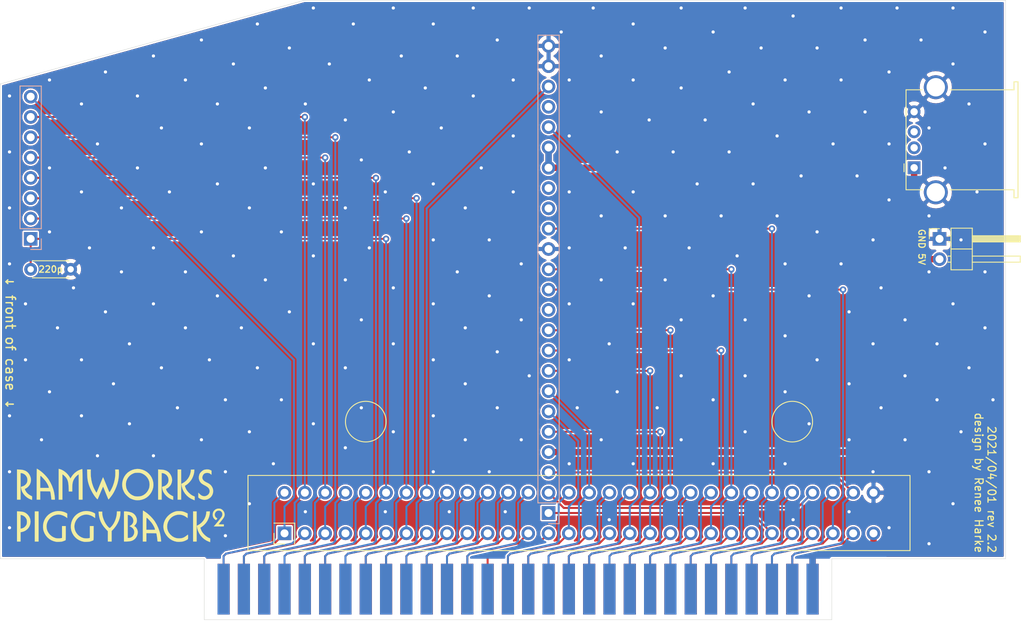
<source format=kicad_pcb>
(kicad_pcb (version 20171130) (host pcbnew "(5.1.9-0-10_14)")
  (layers (0 F.Cu signal) (31 B.Cu signal) (34 B.Paste user) (35 F.Paste user) (36 B.SilkS user) (37 F.SilkS user) (38 B.Mask user) (39 F.Mask user) (44 Edge.Cuts user))
  (net 0 "")
  (net 1 /EN80)
  (net 2 /RW80)
  (net 3 /ALTVID)
  (net 4 /LDPS)
  (net 5 /SEROUT)
  (net 6 /PCAS)
  (net 7 /ENVID)
  (net 8 /14M)
  (net 9 /PHI1)
  (net 10 /CASEN)
  (net 11 /VID3)
  (net 12 /MD3)
  (net 13 /MD2)
  (net 14 /VID2)
  (net 15 /VID1)
  (net 16 /MD1)
  (net 17 /MD0)
  (net 18 /VID0)
  (net 19 /RA6)
  (net 20 /RA3)
  (net 21 /RA2)
  (net 22 /AN3)
  (net 23 /RA0)
  (net 24 /RW)
  (net 25 /Q3)
  (net 26 /SEGB)
  (net 27 /FRCTXT)
  (net 28 /RA9)
  (net 29 /RA10)
  (net 30 /GR)
  (net 31 /7M)
  (net 32 /ENTMG)
  (net 33 /80VID)
  (net 34 /CLRGAT)
  (net 35 /PHI0)
  (net 36 /VID4)
  (net 37 /MD4)
  (net 38 /MD5)
  (net 39 /VID5)
  (net 40 /VID6)
  (net 41 /MD6)
  (net 42 /MD7)
  (net 43 /VID7)
  (net 44 /RA5)
  (net 45 /RA4)
  (net 46 /ROMEN2)
  (net 47 /ROMEN1)
  (net 48 /RA1)
  (net 49 /RA7)
  (net 50 /SEGA)
  (net 51 /WNDW)
  (net 52 /C07X)
  (net 53 /VC)
  (net 54 /PRAS)
  (net 55 /SYNC)
  (net 56 /VID7M)
  (net 57 /3M58)
  (net 58 "Net-(J4-Pad21)")
  (net 59 "Net-(J4-Pad17)")
  (net 60 "Net-(J4-Pad16)")
  (net 61 "Net-(J4-Pad11)")
  (net 62 GND)
  (net 63 +5V)
  (net 64 "Net-(J6-Pad3)")
  (net 65 "Net-(J6-Pad2)")
  (net 66 "Net-(J1-Pad47)")
  (module rharke:piggyback-logo-2 (layer F.Cu) (at 109.22 132.715)
    (fp_text reference G1 hide)
    (fp_text value RamWorks_Piggyback^2_Logo hide)
  )
  (module rharke:USB_A_Stewart_SS-52100-001_Horizontal (layer F.Cu) (at 194.945 81.28 90)
    (fp_text reference J6 hide)
    (fp_text value "USB A" hide)
    (pad 4 thru_hole circle (at 7 0 90) (size 1.6 1.6) (drill 0.92) (layers *.Cu *.Mask) (net 62 GND))
    (pad 3 thru_hole circle (at 4.5 0 90) (size 1.6 1.6) (drill 0.92) (layers *.Cu *.Mask) (net 64 "Net-(J6-Pad3)"))
    (pad 2 thru_hole circle (at 2.5 0 90) (size 1.6 1.6) (drill 0.92) (layers *.Cu *.Mask) (net 65 "Net-(J6-Pad2)"))
    (pad 1 thru_hole rect (at 0 0 90) (size 1.6 1.6) (drill 0.92) (layers *.Cu *.Mask) (net 63 +5V))
    (pad 5 thru_hole circle (at -3.07 2.71 90) (size 3 3) (drill 2.3) (layers *.Cu *.Mask) (net 62 GND))
    (pad 5 thru_hole circle (at 10.07 2.71 90) (size 3 3) (drill 2.3) (layers *.Cu *.Mask) (net 62 GND))
  )
  (module rharke:CardEdge_EDAC_3x5-060_2x30_P2.54mm_CCW_No47 (layer F.Cu) (at 116.205 127 90)
    (fp_text reference J2 hide)
    (fp_text value "RAM Card" hide)
    (pad 35 thru_hole oval (at 5.08 63.5 90) (size 1.7 1.7) (drill 1) (layers *.Cu *.Mask) (net 2 /RW80))
    (pad 27 thru_hole oval (at 0 66.04 90) (size 1.7 1.7) (drill 1) (layers *.Cu *.Mask) (net 3 /ALTVID))
    (pad 26 thru_hole oval (at 0 63.5 90) (size 1.7 1.7) (drill 1) (layers *.Cu *.Mask) (net 1 /EN80))
    (pad 33 thru_hole oval (at 5.08 68.58 90) (size 1.7 1.7) (drill 1) (layers *.Cu *.Mask) (net 6 /PCAS))
    (pad 29 thru_hole oval (at 0 71.12 90) (size 1.7 1.7) (drill 1) (layers *.Cu *.Mask) (net 7 /ENVID))
    (pad 32 thru_hole oval (at 5.08 71.12 90) (size 1.7 1.7) (drill 1) (layers *.Cu *.Mask) (net 8 /14M))
    (pad 30 thru_hole oval (at 0 73.66 90) (size 1.7 1.7) (drill 1) (layers *.Cu *.Mask) (net 63 +5V))
    (pad 31 thru_hole oval (at 5.08 73.66 90) (size 1.7 1.7) (drill 1) (layers *.Cu *.Mask) (net 62 GND))
    (pad 34 thru_hole oval (at 5.08 66.04 90) (size 1.7 1.7) (drill 1) (layers *.Cu *.Mask) (net 4 /LDPS))
    (pad 28 thru_hole oval (at 0 68.58 90) (size 1.7 1.7) (drill 1) (layers *.Cu *.Mask) (net 5 /SEROUT))
    (pad 36 thru_hole oval (at 5.08 60.96 90) (size 1.7 1.7) (drill 1) (layers *.Cu *.Mask) (net 9 /PHI1))
    (pad 25 thru_hole oval (at 0 60.96 90) (size 1.7 1.7) (drill 1) (layers *.Cu *.Mask) (net 33 /80VID))
    (pad 37 thru_hole oval (at 5.08 58.42 90) (size 1.7 1.7) (drill 1) (layers *.Cu *.Mask) (net 10 /CASEN))
    (pad 24 thru_hole oval (at 0 58.42 90) (size 1.7 1.7) (drill 1) (layers *.Cu *.Mask) (net 34 /CLRGAT))
    (pad 38 thru_hole oval (at 5.08 55.88 90) (size 1.7 1.7) (drill 1) (layers *.Cu *.Mask) (net 11 /VID3))
    (pad 23 thru_hole oval (at 0 55.88 90) (size 1.7 1.7) (drill 1) (layers *.Cu *.Mask) (net 35 /PHI0))
    (pad 39 thru_hole oval (at 5.08 53.34 90) (size 1.7 1.7) (drill 1) (layers *.Cu *.Mask) (net 12 /MD3))
    (pad 22 thru_hole oval (at 0 53.34 90) (size 1.7 1.7) (drill 1) (layers *.Cu *.Mask) (net 36 /VID4))
    (pad 40 thru_hole oval (at 5.08 50.8 90) (size 1.7 1.7) (drill 1) (layers *.Cu *.Mask) (net 13 /MD2))
    (pad 21 thru_hole oval (at 0 50.8 90) (size 1.7 1.7) (drill 1) (layers *.Cu *.Mask) (net 37 /MD4))
    (pad 41 thru_hole oval (at 5.08 48.26 90) (size 1.7 1.7) (drill 1) (layers *.Cu *.Mask) (net 14 /VID2))
    (pad 20 thru_hole oval (at 0 48.26 90) (size 1.7 1.7) (drill 1) (layers *.Cu *.Mask) (net 38 /MD5))
    (pad 42 thru_hole oval (at 5.08 45.72 90) (size 1.7 1.7) (drill 1) (layers *.Cu *.Mask) (net 15 /VID1))
    (pad 19 thru_hole oval (at 0 45.72 90) (size 1.7 1.7) (drill 1) (layers *.Cu *.Mask) (net 39 /VID5))
    (pad 43 thru_hole oval (at 5.08 43.18 90) (size 1.7 1.7) (drill 1) (layers *.Cu *.Mask) (net 16 /MD1))
    (pad 18 thru_hole oval (at 0 43.18 90) (size 1.7 1.7) (drill 1) (layers *.Cu *.Mask) (net 40 /VID6))
    (pad 44 thru_hole oval (at 5.08 40.64 90) (size 1.7 1.7) (drill 1) (layers *.Cu *.Mask) (net 17 /MD0))
    (pad 17 thru_hole oval (at 0 40.64 90) (size 1.7 1.7) (drill 1) (layers *.Cu *.Mask) (net 41 /MD6))
    (pad 16 thru_hole oval (at 0 38.1 90) (size 1.7 1.7) (drill 1) (layers *.Cu *.Mask) (net 42 /MD7))
    (pad 46 thru_hole oval (at 5.08 35.56 90) (size 1.7 1.7) (drill 1) (layers *.Cu *.Mask) (net 19 /RA6))
    (pad 15 thru_hole oval (at 0 35.56 90) (size 1.7 1.7) (drill 1) (layers *.Cu *.Mask) (net 43 /VID7))
    (pad 45 thru_hole oval (at 5.08 38.1 90) (size 1.7 1.7) (drill 1) (layers *.Cu *.Mask) (net 18 /VID0))
    (pad 14 thru_hole oval (at 0 33.02 90) (size 1.7 1.7) (drill 1) (layers *.Cu *.Mask) (net 44 /RA5))
    (pad 48 thru_hole oval (at 5.08 30.48 90) (size 1.7 1.7) (drill 1) (layers *.Cu *.Mask) (net 20 /RA3))
    (pad 13 thru_hole oval (at 0 30.48 90) (size 1.7 1.7) (drill 1) (layers *.Cu *.Mask) (net 45 /RA4))
    (pad 49 thru_hole oval (at 5.08 27.94 90) (size 1.7 1.7) (drill 1) (layers *.Cu *.Mask) (net 21 /RA2))
    (pad 12 thru_hole oval (at 0 27.94 90) (size 1.7 1.7) (drill 1) (layers *.Cu *.Mask) (net 46 /ROMEN2))
    (pad 50 thru_hole oval (at 5.08 25.4 90) (size 1.7 1.7) (drill 1) (layers *.Cu *.Mask) (net 22 /AN3))
    (pad 11 thru_hole oval (at 0 25.4 90) (size 1.7 1.7) (drill 1) (layers *.Cu *.Mask) (net 47 /ROMEN1))
    (pad 51 thru_hole oval (at 5.08 22.86 90) (size 1.7 1.7) (drill 1) (layers *.Cu *.Mask) (net 23 /RA0))
    (pad 10 thru_hole oval (at 0 22.86 90) (size 1.7 1.7) (drill 1) (layers *.Cu *.Mask) (net 48 /RA1))
    (pad 52 thru_hole oval (at 5.08 20.32 90) (size 1.7 1.7) (drill 1) (layers *.Cu *.Mask) (net 24 /RW))
    (pad 9 thru_hole oval (at 0 20.32 90) (size 1.7 1.7) (drill 1) (layers *.Cu *.Mask) (net 49 /RA7))
    (pad 53 thru_hole oval (at 5.08 17.78 90) (size 1.7 1.7) (drill 1) (layers *.Cu *.Mask) (net 25 /Q3))
    (pad 8 thru_hole oval (at 0 17.78 90) (size 1.7 1.7) (drill 1) (layers *.Cu *.Mask) (net 50 /SEGA))
    (pad 54 thru_hole oval (at 5.08 15.24 90) (size 1.7 1.7) (drill 1) (layers *.Cu *.Mask) (net 26 /SEGB))
    (pad 7 thru_hole oval (at 0 15.24 90) (size 1.7 1.7) (drill 1) (layers *.Cu *.Mask) (net 51 /WNDW))
    (pad 55 thru_hole oval (at 5.08 12.7 90) (size 1.7 1.7) (drill 1) (layers *.Cu *.Mask) (net 27 /FRCTXT))
    (pad 6 thru_hole oval (at 0 12.7 90) (size 1.7 1.7) (drill 1) (layers *.Cu *.Mask) (net 52 /C07X))
    (pad 56 thru_hole oval (at 5.08 10.16 90) (size 1.7 1.7) (drill 1) (layers *.Cu *.Mask) (net 28 /RA9))
    (pad 5 thru_hole oval (at 0 10.16 90) (size 1.7 1.7) (drill 1) (layers *.Cu *.Mask) (net 53 /VC))
    (pad 57 thru_hole oval (at 5.08 7.62 90) (size 1.7 1.7) (drill 1) (layers *.Cu *.Mask) (net 29 /RA10))
    (pad 4 thru_hole oval (at 0 7.62 90) (size 1.7 1.7) (drill 1) (layers *.Cu *.Mask) (net 54 /PRAS))
    (pad 58 thru_hole oval (at 5.08 5.08 90) (size 1.7 1.7) (drill 1) (layers *.Cu *.Mask) (net 30 /GR))
    (pad 3 thru_hole oval (at 0 5.08 90) (size 1.7 1.7) (drill 1) (layers *.Cu *.Mask) (net 55 /SYNC))
    (pad 59 thru_hole oval (at 5.08 2.54 90) (size 1.7 1.7) (drill 1) (layers *.Cu *.Mask) (net 31 /7M))
    (pad 2 thru_hole oval (at 0 2.54 90) (size 1.7 1.7) (drill 1) (layers *.Cu *.Mask) (net 56 /VID7M))
    (pad 60 thru_hole oval (at 5.08 0 90) (size 1.7 1.7) (drill 1) (layers *.Cu *.Mask) (net 32 /ENTMG))
    (pad 1 thru_hole rect (at 0 0 90) (size 1.7 1.7) (drill 1) (layers *.Cu *.Mask) (net 57 /3M58))
  )
  (module rharke:AppleIIeAux (layer F.Cu) (at 108.585 133.985)
    (fp_text reference J1 hide)
    (fp_text value "Logic Board" hide)
    (pad 26 smd rect (at 63.5 0) (size 1.524 6.35) (layers F.Cu F.Mask) (net 1 /EN80) (clearance 0.254))
    (pad 35 smd rect (at 63.5 0) (size 1.524 6.35) (layers B.Cu B.Mask) (net 2 /RW80) (clearance 0.254))
    (pad 27 smd rect (at 66.04 0) (size 1.524 6.35) (layers F.Cu F.Mask) (net 3 /ALTVID) (clearance 0.254))
    (pad 34 smd rect (at 66.04 0) (size 1.524 6.35) (layers B.Cu B.Mask) (net 4 /LDPS) (clearance 0.254))
    (pad 28 smd rect (at 68.58 0) (size 1.524 6.35) (layers F.Cu F.Mask) (net 5 /SEROUT) (clearance 0.254))
    (pad 33 smd rect (at 68.58 0) (size 1.524 6.35) (layers B.Cu B.Mask) (net 6 /PCAS) (clearance 0.254))
    (pad 29 smd rect (at 71.12 0) (size 1.524 6.35) (layers F.Cu F.Mask) (net 7 /ENVID) (clearance 0.254))
    (pad 32 smd rect (at 71.12 0) (size 1.524 6.35) (layers B.Cu B.Mask) (net 8 /14M) (clearance 0.254))
    (pad 30 smd rect (at 73.66 0) (size 1.524 6.35) (layers F.Cu F.Mask) (net 63 +5V) (clearance 0.254))
    (pad 31 smd rect (at 73.66 0) (size 1.524 6.35) (layers B.Cu B.Mask) (net 62 GND) (clearance 0.254))
    (pad 36 smd rect (at 60.96 0) (size 1.524 6.35) (layers B.Cu B.Mask) (net 9 /PHI1) (clearance 0.254))
    (pad 37 smd rect (at 58.42 0) (size 1.524 6.35) (layers B.Cu B.Mask) (net 10 /CASEN) (clearance 0.254))
    (pad 38 smd rect (at 55.88 0) (size 1.524 6.35) (layers B.Cu B.Mask) (net 11 /VID3) (clearance 0.254))
    (pad 39 smd rect (at 53.34 0) (size 1.524 6.35) (layers B.Cu B.Mask) (net 12 /MD3) (clearance 0.254))
    (pad 40 smd rect (at 50.8 0) (size 1.524 6.35) (layers B.Cu B.Mask) (net 13 /MD2) (clearance 0.254))
    (pad 41 smd rect (at 48.26 0) (size 1.524 6.35) (layers B.Cu B.Mask) (net 14 /VID2) (clearance 0.254))
    (pad 42 smd rect (at 45.72 0) (size 1.524 6.35) (layers B.Cu B.Mask) (net 15 /VID1) (clearance 0.254))
    (pad 43 smd rect (at 43.18 0) (size 1.524 6.35) (layers B.Cu B.Mask) (net 16 /MD1) (clearance 0.254))
    (pad 44 smd rect (at 40.64 0) (size 1.524 6.35) (layers B.Cu B.Mask) (net 17 /MD0) (clearance 0.254))
    (pad 45 smd rect (at 38.1 0) (size 1.524 6.35) (layers B.Cu B.Mask) (net 18 /VID0) (clearance 0.254))
    (pad 46 smd rect (at 35.56 0) (size 1.524 6.35) (layers B.Cu B.Mask) (net 19 /RA6) (clearance 0.254))
    (pad 47 smd rect (at 33.02 0) (size 1.524 6.35) (layers B.Cu B.Mask) (net 66 "Net-(J1-Pad47)") (clearance 0.254))
    (pad 48 smd rect (at 30.48 0) (size 1.524 6.35) (layers B.Cu B.Mask) (net 20 /RA3) (clearance 0.254))
    (pad 49 smd rect (at 27.94 0) (size 1.524 6.35) (layers B.Cu B.Mask) (net 21 /RA2) (clearance 0.254))
    (pad 50 smd rect (at 25.4 0) (size 1.524 6.35) (layers B.Cu B.Mask) (net 22 /AN3) (clearance 0.254))
    (pad 51 smd rect (at 22.86 0) (size 1.524 6.35) (layers B.Cu B.Mask) (net 23 /RA0) (clearance 0.254))
    (pad 52 smd rect (at 20.32 0) (size 1.524 6.35) (layers B.Cu B.Mask) (net 24 /RW) (clearance 0.254))
    (pad 53 smd rect (at 17.78 0) (size 1.524 6.35) (layers B.Cu B.Mask) (net 25 /Q3) (clearance 0.254))
    (pad 54 smd rect (at 15.24 0) (size 1.524 6.35) (layers B.Cu B.Mask) (net 26 /SEGB) (clearance 0.254))
    (pad 55 smd rect (at 12.7 0) (size 1.524 6.35) (layers B.Cu B.Mask) (net 27 /FRCTXT) (clearance 0.254))
    (pad 56 smd rect (at 10.16 0) (size 1.524 6.35) (layers B.Cu B.Mask) (net 28 /RA9) (clearance 0.254))
    (pad 57 smd rect (at 7.62 0) (size 1.524 6.35) (layers B.Cu B.Mask) (net 29 /RA10) (clearance 0.254))
    (pad 58 smd rect (at 5.08 0) (size 1.524 6.35) (layers B.Cu B.Mask) (net 30 /GR) (clearance 0.254))
    (pad 59 smd rect (at 2.54 0) (size 1.524 6.35) (layers B.Cu B.Mask) (net 31 /7M) (clearance 0.254))
    (pad 60 smd rect (at 0 0) (size 1.524 6.35) (layers B.Cu B.Mask) (net 32 /ENTMG) (clearance 0.254))
    (pad 25 smd rect (at 60.96 0) (size 1.524 6.35) (layers F.Cu F.Mask) (net 33 /80VID) (clearance 0.254))
    (pad 24 smd rect (at 58.42 0) (size 1.524 6.35) (layers F.Cu F.Mask) (net 34 /CLRGAT) (clearance 0.254))
    (pad 23 smd rect (at 55.88 0) (size 1.524 6.35) (layers F.Cu F.Mask) (net 35 /PHI0) (clearance 0.254))
    (pad 22 smd rect (at 53.34 0) (size 1.524 6.35) (layers F.Cu F.Mask) (net 36 /VID4) (clearance 0.254))
    (pad 21 smd rect (at 50.8 0) (size 1.524 6.35) (layers F.Cu F.Mask) (net 37 /MD4) (clearance 0.254))
    (pad 20 smd rect (at 48.26 0) (size 1.524 6.35) (layers F.Cu F.Mask) (net 38 /MD5) (clearance 0.254))
    (pad 19 smd rect (at 45.72 0) (size 1.524 6.35) (layers F.Cu F.Mask) (net 39 /VID5) (clearance 0.254))
    (pad 18 smd rect (at 43.18 0) (size 1.524 6.35) (layers F.Cu F.Mask) (net 40 /VID6) (clearance 0.254))
    (pad 17 smd rect (at 40.64 0) (size 1.524 6.35) (layers F.Cu F.Mask) (net 41 /MD6) (clearance 0.254))
    (pad 16 smd rect (at 38.1 0) (size 1.524 6.35) (layers F.Cu F.Mask) (net 42 /MD7) (clearance 0.254))
    (pad 15 smd rect (at 35.56 0) (size 1.524 6.35) (layers F.Cu F.Mask) (net 43 /VID7) (clearance 0.254))
    (pad 14 smd rect (at 33.02 0) (size 1.524 6.35) (layers F.Cu F.Mask) (net 44 /RA5) (clearance 0.254))
    (pad 13 smd rect (at 30.48 0) (size 1.524 6.35) (layers F.Cu F.Mask) (net 45 /RA4) (clearance 0.254))
    (pad 12 smd rect (at 27.94 0) (size 1.524 6.35) (layers F.Cu F.Mask) (net 46 /ROMEN2) (clearance 0.254))
    (pad 11 smd rect (at 25.4 0) (size 1.524 6.35) (layers F.Cu F.Mask) (net 47 /ROMEN1) (clearance 0.254))
    (pad 10 smd rect (at 22.86 0) (size 1.524 6.35) (layers F.Cu F.Mask) (net 48 /RA1) (clearance 0.254))
    (pad 9 smd rect (at 20.32 0) (size 1.524 6.35) (layers F.Cu F.Mask) (net 49 /RA7) (clearance 0.254))
    (pad 8 smd rect (at 17.78 0) (size 1.524 6.35) (layers F.Cu F.Mask) (net 50 /SEGA) (clearance 0.254))
    (pad 7 smd rect (at 15.24 0) (size 1.524 6.35) (layers F.Cu F.Mask) (net 51 /WNDW) (clearance 0.254))
    (pad 6 smd rect (at 12.7 0) (size 1.524 6.35) (layers F.Cu F.Mask) (net 52 /C07X) (clearance 0.254))
    (pad 5 smd rect (at 10.16 0) (size 1.524 6.35) (layers F.Cu F.Mask) (net 53 /VC) (clearance 0.254))
    (pad 4 smd rect (at 7.62 0) (size 1.524 6.35) (layers F.Cu F.Mask) (net 54 /PRAS) (clearance 0.254))
    (pad 3 smd rect (at 5.08 0) (size 1.524 6.35) (layers F.Cu F.Mask) (net 55 /SYNC) (clearance 0.254))
    (pad 2 smd rect (at 2.54 0) (size 1.524 6.35) (layers F.Cu F.Mask) (net 56 /VID7M) (clearance 0.254))
    (pad 1 smd rect (at 0 0) (size 1.524 6.35) (layers F.Cu F.Mask) (net 57 /3M58) (clearance 0.254))
  )
  (module Connector_PinHeader_2.54mm:PinHeader_1x02_P2.54mm_Horizontal (layer F.Cu) (at 198.12 90.17)
    (fp_text reference J5 hide)
    (fp_text value Power hide)
    (pad 2 thru_hole oval (at 0 2.54) (size 1.7 1.7) (drill 1) (layers *.Cu *.Mask) (net 63 +5V))
    (pad 1 thru_hole rect (at 0 0) (size 1.7 1.7) (drill 1) (layers *.Cu *.Mask) (net 62 GND))
  )
  (module Capacitor_THT:C_Disc_D4.3mm_W1.9mm_P5.00mm (layer F.Cu) (at 89.455 93.98 180)
    (fp_text reference C1 hide)
    (fp_text value 220p (at 2.5 0) (layer F.SilkS) (effects (font (size 0.8 0.8))))
    (pad 2 thru_hole circle (at 5 0 180) (size 1.6 1.6) (drill 0.8) (layers *.Cu *.Mask) (net 27 /FRCTXT))
    (pad 1 thru_hole circle (at 0 0 180) (size 1.6 1.6) (drill 0.8) (layers *.Cu *.Mask) (net 62 GND))
  )
  (module Connector_PinSocket_2.54mm:PinSocket_1x24_P2.54mm_Vertical (layer B.Cu) (at 149.225 124.46)
    (fp_text reference J4 hide)
    (fp_text value "Piggyback B" hide)
    (pad 24 thru_hole oval (at 0 -58.42) (size 1.7 1.7) (drill 1) (layers *.Cu *.Mask) (net 62 GND))
    (pad 23 thru_hole oval (at 0 -55.88) (size 1.7 1.7) (drill 1) (layers *.Cu *.Mask) (net 62 GND))
    (pad 22 thru_hole oval (at 0 -53.34) (size 1.7 1.7) (drill 1) (layers *.Cu *.Mask) (net 25 /Q3))
    (pad 21 thru_hole oval (at 0 -50.8) (size 1.7 1.7) (drill 1) (layers *.Cu *.Mask) (net 58 "Net-(J4-Pad21)"))
    (pad 20 thru_hole oval (at 0 -48.26) (size 1.7 1.7) (drill 1) (layers *.Cu *.Mask) (net 40 /VID6))
    (pad 19 thru_hole oval (at 0 -45.72) (size 1.7 1.7) (drill 1) (layers *.Cu *.Mask) (net 63 +5V))
    (pad 18 thru_hole oval (at 0 -43.18) (size 1.7 1.7) (drill 1) (layers *.Cu *.Mask) (net 63 +5V))
    (pad 17 thru_hole oval (at 0 -40.64) (size 1.7 1.7) (drill 1) (layers *.Cu *.Mask) (net 59 "Net-(J4-Pad17)"))
    (pad 16 thru_hole oval (at 0 -38.1) (size 1.7 1.7) (drill 1) (layers *.Cu *.Mask) (net 60 "Net-(J4-Pad16)"))
    (pad 15 thru_hole oval (at 0 -35.56) (size 1.7 1.7) (drill 1) (layers *.Cu *.Mask) (net 9 /PHI1))
    (pad 14 thru_hole oval (at 0 -33.02) (size 1.7 1.7) (drill 1) (layers *.Cu *.Mask) (net 62 GND))
    (pad 13 thru_hole oval (at 0 -30.48) (size 1.7 1.7) (drill 1) (layers *.Cu *.Mask) (net 11 /VID3))
    (pad 12 thru_hole oval (at 0 -27.94) (size 1.7 1.7) (drill 1) (layers *.Cu *.Mask) (net 5 /SEROUT))
    (pad 11 thru_hole oval (at 0 -25.4) (size 1.7 1.7) (drill 1) (layers *.Cu *.Mask) (net 61 "Net-(J4-Pad11)"))
    (pad 10 thru_hole oval (at 0 -22.86) (size 1.7 1.7) (drill 1) (layers *.Cu *.Mask) (net 14 /VID2))
    (pad 9 thru_hole oval (at 0 -20.32) (size 1.7 1.7) (drill 1) (layers *.Cu *.Mask) (net 36 /VID4))
    (pad 8 thru_hole oval (at 0 -17.78) (size 1.7 1.7) (drill 1) (layers *.Cu *.Mask) (net 15 /VID1))
    (pad 7 thru_hole oval (at 0 -15.24) (size 1.7 1.7) (drill 1) (layers *.Cu *.Mask) (net 18 /VID0))
    (pad 6 thru_hole oval (at 0 -12.7) (size 1.7 1.7) (drill 1) (layers *.Cu *.Mask) (net 43 /VID7))
    (pad 5 thru_hole oval (at 0 -10.16) (size 1.7 1.7) (drill 1) (layers *.Cu *.Mask) (net 39 /VID5))
    (pad 4 thru_hole oval (at 0 -7.62) (size 1.7 1.7) (drill 1) (layers *.Cu *.Mask) (net 63 +5V))
    (pad 3 thru_hole oval (at 0 -5.08) (size 1.7 1.7) (drill 1) (layers *.Cu *.Mask) (net 8 /14M))
    (pad 2 thru_hole oval (at 0 -2.54) (size 1.7 1.7) (drill 1) (layers *.Cu *.Mask) (net 4 /LDPS))
    (pad 1 thru_hole rect (at 0 0) (size 1.7 1.7) (drill 1) (layers *.Cu *.Mask) (net 33 /80VID))
  )
  (module Connector_PinSocket_2.54mm:PinSocket_1x08_P2.54mm_Vertical (layer B.Cu) (at 84.455 90.17)
    (fp_text reference J3 hide)
    (fp_text value "Piggyback A" hide)
    (pad 8 thru_hole oval (at 0 -17.78) (size 1.7 1.7) (drill 1) (layers *.Cu *.Mask) (net 57 /3M58))
    (pad 7 thru_hole oval (at 0 -15.24) (size 1.7 1.7) (drill 1) (layers *.Cu *.Mask) (net 31 /7M))
    (pad 6 thru_hole oval (at 0 -12.7) (size 1.7 1.7) (drill 1) (layers *.Cu *.Mask) (net 55 /SYNC))
    (pad 5 thru_hole oval (at 0 -10.16) (size 1.7 1.7) (drill 1) (layers *.Cu *.Mask) (net 30 /GR))
    (pad 4 thru_hole oval (at 0 -7.62) (size 1.7 1.7) (drill 1) (layers *.Cu *.Mask) (net 53 /VC))
    (pad 3 thru_hole oval (at 0 -5.08) (size 1.7 1.7) (drill 1) (layers *.Cu *.Mask) (net 51 /WNDW))
    (pad 2 thru_hole oval (at 0 -2.54) (size 1.7 1.7) (drill 1) (layers *.Cu *.Mask) (net 26 /SEGB))
    (pad 1 thru_hole rect (at 0 0) (size 1.7 1.7) (drill 1) (layers *.Cu *.Mask) (net 27 /FRCTXT))
  )
  (gr_text 5V (at 195.8975 92.71 -90) (layer F.SilkS) (effects (font (size 0.8 0.8))))
  (gr_text GND (at 195.8975 90.17 -90) (layer F.SilkS) (effects (font (size 0.8 0.8))))
  (gr_circle (center 179.705 113.03) (end 177.165 113.03) (layer F.SilkS) (width 0.12))
  (gr_circle (center 126.365 113.03) (end 123.825 113.03) (layer F.SilkS) (width 0.12))
  (gr_text "2021/04/01 rev 2.2\ndesign by Renee Harke" (at 203.835 129.54 -90) (layer F.SilkS) (effects (font (size 1 1)) (justify right)))
  (gr_line (start 80.645 70.8025) (end 118.745 60.325) (layer Edge.Cuts) (width 0.05))
  (gr_line (start 80.645 130.175) (end 80.645 70.8025) (layer Edge.Cuts) (width 0.05))
  (gr_text "↓ front of case ↓" (at 81.915 103.1875 -90) (layer F.SilkS) (effects (font (size 1.2 1.2) (thickness 0.175))))
  (gr_line (start 206.375 130.175) (end 206.375 60.325) (layer Edge.Cuts) (width 0.05))
  (gr_line (start 106.172 130.175) (end 80.645 130.175) (layer Edge.Cuts) (width 0.05))
  (gr_line (start 106.172 137.795) (end 106.172 130.175) (layer Edge.Cuts) (width 0.05))
  (gr_line (start 206.375 60.325) (end 118.745 60.325) (layer Edge.Cuts) (width 0.05))
  (gr_line (start 184.658 130.175) (end 206.375 130.175) (layer Edge.Cuts) (width 0.05))
  (gr_line (start 184.658 137.795) (end 184.658 130.175) (layer Edge.Cuts) (width 0.05))
  (gr_line (start 106.172 137.795) (end 184.658 137.795) (layer Edge.Cuts) (width 0.05))
  (segment (start 172.085 129.8575) (end 172.4025 129.54) (width 0.25) (layer F.Cu) (net 1))
  (segment (start 172.085 133.985) (end 172.085 129.8575) (width 0.25) (layer F.Cu) (net 1))
  (segment (start 172.4025 129.54) (end 178.435 128.27) (width 0.25) (layer F.Cu) (net 1))
  (segment (start 178.435 128.27) (end 179.705 127) (width 0.25) (layer F.Cu) (net 1))
  (segment (start 172.085 133.985) (end 172.085 129.8575) (width 0.25) (layer B.Cu) (net 2))
  (segment (start 178.435 127.9525) (end 178.435 123.19) (width 0.25) (layer B.Cu) (net 2))
  (segment (start 178.1175 128.27) (end 178.435 127.9525) (width 0.25) (layer B.Cu) (net 2))
  (segment (start 172.085 129.8575) (end 172.4025 129.54) (width 0.25) (layer B.Cu) (net 2))
  (segment (start 172.4025 129.54) (end 178.1175 128.27) (width 0.25) (layer B.Cu) (net 2))
  (segment (start 178.435 123.19) (end 179.705 121.92) (width 0.25) (layer B.Cu) (net 2))
  (segment (start 174.625 129.8575) (end 174.9425 129.54) (width 0.25) (layer F.Cu) (net 3))
  (segment (start 174.625 133.985) (end 174.625 129.8575) (width 0.25) (layer F.Cu) (net 3))
  (segment (start 174.9425 129.54) (end 180.975 128.27) (width 0.25) (layer F.Cu) (net 3))
  (segment (start 180.975 128.27) (end 182.245 127) (width 0.25) (layer F.Cu) (net 3))
  (segment (start 174.625 133.985) (end 174.625 129.8575) (width 0.25) (layer B.Cu) (net 4))
  (segment (start 180.975 127.9525) (end 180.975 123.19) (width 0.25) (layer B.Cu) (net 4))
  (segment (start 180.6575 128.27) (end 180.975 127.9525) (width 0.25) (layer B.Cu) (net 4))
  (segment (start 174.625 129.8575) (end 174.9425 129.54) (width 0.25) (layer B.Cu) (net 4))
  (segment (start 174.9425 129.54) (end 180.6575 128.27) (width 0.25) (layer B.Cu) (net 4))
  (segment (start 180.975 123.19) (end 182.245 121.92) (width 0.25) (layer B.Cu) (net 4))
  (segment (start 180.34 123.825) (end 182.245 121.92) (width 0.25) (layer F.Cu) (net 4))
  (segment (start 151.13 123.825) (end 180.34 123.825) (width 0.25) (layer F.Cu) (net 4))
  (segment (start 149.225 121.92) (end 151.13 123.825) (width 0.25) (layer F.Cu) (net 4))
  (via (at 186.055 96.52) (size 0.8) (drill 0.4) (layers F.Cu B.Cu) (net 5))
  (segment (start 186.055 122.389002) (end 186.055 96.52) (width 0.25) (layer B.Cu) (net 5))
  (segment (start 184.785 123.659002) (end 186.055 122.389002) (width 0.25) (layer B.Cu) (net 5))
  (segment (start 184.785 127) (end 184.785 123.659002) (width 0.25) (layer B.Cu) (net 5))
  (segment (start 186.055 96.52) (end 149.225 96.52) (width 0.25) (layer F.Cu) (net 5))
  (segment (start 177.4825 129.54) (end 183.515 128.27) (width 0.25) (layer F.Cu) (net 5))
  (segment (start 177.165 133.985) (end 177.165 129.8575) (width 0.25) (layer F.Cu) (net 5))
  (segment (start 183.515 128.27) (end 184.785 127) (width 0.25) (layer F.Cu) (net 5))
  (segment (start 177.165 129.8575) (end 177.4825 129.54) (width 0.25) (layer F.Cu) (net 5))
  (segment (start 177.165 133.985) (end 177.165 129.8575) (width 0.25) (layer B.Cu) (net 6))
  (segment (start 183.515 127.9525) (end 183.515 123.19) (width 0.25) (layer B.Cu) (net 6))
  (segment (start 183.1975 128.27) (end 183.515 127.9525) (width 0.25) (layer B.Cu) (net 6))
  (segment (start 177.165 129.8575) (end 177.4825 129.54) (width 0.25) (layer B.Cu) (net 6))
  (segment (start 177.4825 129.54) (end 183.1975 128.27) (width 0.25) (layer B.Cu) (net 6))
  (segment (start 183.515 123.19) (end 184.785 121.92) (width 0.25) (layer B.Cu) (net 6))
  (segment (start 179.705 133.985) (end 179.705 129.8575) (width 0.25) (layer F.Cu) (net 7))
  (segment (start 179.705 129.8575) (end 180.0225 129.54) (width 0.25) (layer F.Cu) (net 7))
  (segment (start 180.0225 129.54) (end 186.055 128.27) (width 0.25) (layer F.Cu) (net 7))
  (segment (start 186.055 128.27) (end 187.325 127) (width 0.25) (layer F.Cu) (net 7))
  (segment (start 179.705 133.985) (end 179.705 129.8575) (width 0.25) (layer B.Cu) (net 8))
  (segment (start 186.055 127.9525) (end 186.055 123.19) (width 0.25) (layer B.Cu) (net 8))
  (segment (start 185.7375 128.27) (end 186.055 127.9525) (width 0.25) (layer B.Cu) (net 8))
  (segment (start 179.705 129.8575) (end 180.0225 129.54) (width 0.25) (layer B.Cu) (net 8))
  (segment (start 180.0225 129.54) (end 185.7375 128.27) (width 0.25) (layer B.Cu) (net 8))
  (segment (start 186.055 123.19) (end 187.325 121.92) (width 0.25) (layer B.Cu) (net 8))
  (segment (start 184.785 119.38) (end 187.325 121.92) (width 0.25) (layer F.Cu) (net 8))
  (segment (start 149.225 119.38) (end 184.785 119.38) (width 0.25) (layer F.Cu) (net 8))
  (segment (start 169.545 133.985) (end 169.545 129.8575) (width 0.25) (layer B.Cu) (net 9))
  (segment (start 175.895 127.9525) (end 175.895 123.19) (width 0.25) (layer B.Cu) (net 9))
  (segment (start 175.5775 128.27) (end 175.895 127.9525) (width 0.25) (layer B.Cu) (net 9))
  (segment (start 169.545 129.8575) (end 169.8625 129.54) (width 0.25) (layer B.Cu) (net 9))
  (segment (start 169.8625 129.54) (end 175.5775 128.27) (width 0.25) (layer B.Cu) (net 9))
  (segment (start 175.895 123.19) (end 177.165 121.92) (width 0.25) (layer B.Cu) (net 9))
  (via (at 177.165 88.9) (size 0.8) (drill 0.4) (layers F.Cu B.Cu) (net 9))
  (segment (start 177.165 121.92) (end 177.165 88.9) (width 0.25) (layer B.Cu) (net 9))
  (segment (start 177.165 88.9) (end 149.225 88.9) (width 0.25) (layer F.Cu) (net 9))
  (segment (start 167.005 133.985) (end 167.005 129.8575) (width 0.25) (layer B.Cu) (net 10))
  (segment (start 173.355 127.9525) (end 173.355 123.19) (width 0.25) (layer B.Cu) (net 10))
  (segment (start 173.0375 128.27) (end 173.355 127.9525) (width 0.25) (layer B.Cu) (net 10))
  (segment (start 167.005 129.8575) (end 167.3225 129.54) (width 0.25) (layer B.Cu) (net 10))
  (segment (start 167.3225 129.54) (end 173.0375 128.27) (width 0.25) (layer B.Cu) (net 10))
  (segment (start 173.355 123.19) (end 174.625 121.92) (width 0.25) (layer B.Cu) (net 10))
  (segment (start 164.465 133.985) (end 164.465 129.8575) (width 0.25) (layer B.Cu) (net 11))
  (segment (start 170.815 127.9525) (end 170.815 123.19) (width 0.25) (layer B.Cu) (net 11))
  (segment (start 170.4975 128.27) (end 170.815 127.9525) (width 0.25) (layer B.Cu) (net 11))
  (segment (start 164.465 129.8575) (end 164.7825 129.54) (width 0.25) (layer B.Cu) (net 11))
  (segment (start 164.7825 129.54) (end 170.4975 128.27) (width 0.25) (layer B.Cu) (net 11))
  (segment (start 170.815 123.19) (end 172.085 121.92) (width 0.25) (layer B.Cu) (net 11))
  (via (at 172.085 93.98) (size 0.8) (drill 0.4) (layers F.Cu B.Cu) (net 11))
  (segment (start 172.085 121.92) (end 172.085 93.98) (width 0.25) (layer B.Cu) (net 11))
  (segment (start 172.085 93.98) (end 149.225 93.98) (width 0.25) (layer F.Cu) (net 11))
  (segment (start 161.925 133.985) (end 161.925 129.8575) (width 0.25) (layer B.Cu) (net 12))
  (segment (start 168.275 127.9525) (end 168.275 123.19) (width 0.25) (layer B.Cu) (net 12))
  (segment (start 167.9575 128.27) (end 168.275 127.9525) (width 0.25) (layer B.Cu) (net 12))
  (segment (start 161.925 129.8575) (end 162.2425 129.54) (width 0.25) (layer B.Cu) (net 12))
  (segment (start 162.2425 129.54) (end 167.9575 128.27) (width 0.25) (layer B.Cu) (net 12))
  (segment (start 168.275 123.19) (end 169.545 121.92) (width 0.25) (layer B.Cu) (net 12))
  (segment (start 159.385 133.985) (end 159.385 129.8575) (width 0.25) (layer B.Cu) (net 13))
  (segment (start 165.735 127.9525) (end 165.735 123.19) (width 0.25) (layer B.Cu) (net 13))
  (segment (start 165.4175 128.27) (end 165.735 127.9525) (width 0.25) (layer B.Cu) (net 13))
  (segment (start 159.385 129.8575) (end 159.7025 129.54) (width 0.25) (layer B.Cu) (net 13))
  (segment (start 159.7025 129.54) (end 165.4175 128.27) (width 0.25) (layer B.Cu) (net 13))
  (segment (start 165.735 123.19) (end 167.005 121.92) (width 0.25) (layer B.Cu) (net 13))
  (segment (start 156.845 133.985) (end 156.845 129.8575) (width 0.25) (layer B.Cu) (net 14))
  (segment (start 163.195 127.9525) (end 163.195 123.19) (width 0.25) (layer B.Cu) (net 14))
  (segment (start 162.8775 128.27) (end 163.195 127.9525) (width 0.25) (layer B.Cu) (net 14))
  (segment (start 156.845 129.8575) (end 157.1625 129.54) (width 0.25) (layer B.Cu) (net 14))
  (segment (start 157.1625 129.54) (end 162.8775 128.27) (width 0.25) (layer B.Cu) (net 14))
  (segment (start 163.195 123.19) (end 164.465 121.92) (width 0.25) (layer B.Cu) (net 14))
  (via (at 164.465 101.6) (size 0.8) (drill 0.4) (layers F.Cu B.Cu) (net 14))
  (segment (start 164.465 121.92) (end 164.465 101.6) (width 0.25) (layer B.Cu) (net 14))
  (segment (start 164.465 101.6) (end 149.225 101.6) (width 0.25) (layer F.Cu) (net 14))
  (segment (start 154.305 133.985) (end 154.305 129.8575) (width 0.25) (layer B.Cu) (net 15))
  (segment (start 160.655 127.9525) (end 160.655 123.19) (width 0.25) (layer B.Cu) (net 15))
  (segment (start 160.3375 128.27) (end 160.655 127.9525) (width 0.25) (layer B.Cu) (net 15))
  (segment (start 154.305 129.8575) (end 154.6225 129.54) (width 0.25) (layer B.Cu) (net 15))
  (segment (start 154.6225 129.54) (end 160.3375 128.27) (width 0.25) (layer B.Cu) (net 15))
  (segment (start 160.655 123.19) (end 161.925 121.92) (width 0.25) (layer B.Cu) (net 15))
  (via (at 161.925 106.68) (size 0.8) (drill 0.4) (layers F.Cu B.Cu) (net 15))
  (segment (start 161.925 121.92) (end 161.925 106.68) (width 0.25) (layer B.Cu) (net 15))
  (segment (start 161.925 106.68) (end 149.225 106.68) (width 0.25) (layer F.Cu) (net 15))
  (segment (start 151.765 133.985) (end 151.765 129.8575) (width 0.25) (layer B.Cu) (net 16))
  (segment (start 158.115 127.9525) (end 158.115 123.19) (width 0.25) (layer B.Cu) (net 16))
  (segment (start 157.7975 128.27) (end 158.115 127.9525) (width 0.25) (layer B.Cu) (net 16))
  (segment (start 151.765 129.8575) (end 152.0825 129.54) (width 0.25) (layer B.Cu) (net 16))
  (segment (start 152.0825 129.54) (end 157.7975 128.27) (width 0.25) (layer B.Cu) (net 16))
  (segment (start 158.115 123.19) (end 159.385 121.92) (width 0.25) (layer B.Cu) (net 16))
  (segment (start 149.225 133.985) (end 149.225 129.8575) (width 0.25) (layer B.Cu) (net 17))
  (segment (start 155.575 127.9525) (end 155.575 123.19) (width 0.25) (layer B.Cu) (net 17))
  (segment (start 155.2575 128.27) (end 155.575 127.9525) (width 0.25) (layer B.Cu) (net 17))
  (segment (start 149.225 129.8575) (end 149.5425 129.54) (width 0.25) (layer B.Cu) (net 17))
  (segment (start 149.5425 129.54) (end 155.2575 128.27) (width 0.25) (layer B.Cu) (net 17))
  (segment (start 155.575 123.19) (end 156.845 121.92) (width 0.25) (layer B.Cu) (net 17))
  (segment (start 146.685 133.985) (end 146.685 129.8575) (width 0.25) (layer B.Cu) (net 18))
  (segment (start 153.035 127.9525) (end 153.035 123.19) (width 0.25) (layer B.Cu) (net 18))
  (segment (start 152.7175 128.27) (end 153.035 127.9525) (width 0.25) (layer B.Cu) (net 18))
  (segment (start 146.685 129.8575) (end 147.0025 129.54) (width 0.25) (layer B.Cu) (net 18))
  (segment (start 147.0025 129.54) (end 152.7175 128.27) (width 0.25) (layer B.Cu) (net 18))
  (segment (start 153.035 123.19) (end 154.305 121.92) (width 0.25) (layer B.Cu) (net 18))
  (segment (start 154.305 114.3) (end 149.225 109.22) (width 0.25) (layer B.Cu) (net 18))
  (segment (start 154.305 121.92) (end 154.305 114.3) (width 0.25) (layer B.Cu) (net 18))
  (segment (start 150.495 127.9525) (end 150.495 123.19) (width 0.25) (layer B.Cu) (net 19))
  (segment (start 144.145 133.985) (end 144.145 129.8575) (width 0.25) (layer B.Cu) (net 19))
  (segment (start 150.495 123.19) (end 151.765 121.92) (width 0.25) (layer B.Cu) (net 19))
  (segment (start 144.145 129.8575) (end 144.4625 129.54) (width 0.25) (layer B.Cu) (net 19))
  (segment (start 150.1775 128.27) (end 150.495 127.9525) (width 0.25) (layer B.Cu) (net 19))
  (segment (start 144.4625 129.54) (end 150.1775 128.27) (width 0.25) (layer B.Cu) (net 19))
  (segment (start 139.065 133.985) (end 139.065 129.8575) (width 0.25) (layer B.Cu) (net 20))
  (segment (start 145.415 127.9525) (end 145.415 123.19) (width 0.25) (layer B.Cu) (net 20))
  (segment (start 145.0975 128.27) (end 145.415 127.9525) (width 0.25) (layer B.Cu) (net 20))
  (segment (start 139.065 129.8575) (end 139.3825 129.54) (width 0.25) (layer B.Cu) (net 20))
  (segment (start 139.3825 129.54) (end 145.0975 128.27) (width 0.25) (layer B.Cu) (net 20))
  (segment (start 145.415 123.19) (end 146.685 121.92) (width 0.25) (layer B.Cu) (net 20))
  (segment (start 136.525 133.985) (end 136.525 129.8575) (width 0.25) (layer B.Cu) (net 21))
  (segment (start 142.875 127.9525) (end 142.875 123.19) (width 0.25) (layer B.Cu) (net 21))
  (segment (start 142.5575 128.27) (end 142.875 127.9525) (width 0.25) (layer B.Cu) (net 21))
  (segment (start 136.525 129.8575) (end 136.8425 129.54) (width 0.25) (layer B.Cu) (net 21))
  (segment (start 136.8425 129.54) (end 142.5575 128.27) (width 0.25) (layer B.Cu) (net 21))
  (segment (start 142.875 123.19) (end 144.145 121.92) (width 0.25) (layer B.Cu) (net 21))
  (segment (start 133.985 133.985) (end 133.985 129.8575) (width 0.25) (layer B.Cu) (net 22))
  (segment (start 140.335 127.9525) (end 140.335 123.19) (width 0.25) (layer B.Cu) (net 22))
  (segment (start 140.0175 128.27) (end 140.335 127.9525) (width 0.25) (layer B.Cu) (net 22))
  (segment (start 133.985 129.8575) (end 134.3025 129.54) (width 0.25) (layer B.Cu) (net 22))
  (segment (start 134.3025 129.54) (end 140.0175 128.27) (width 0.25) (layer B.Cu) (net 22))
  (segment (start 140.335 123.19) (end 141.605 121.92) (width 0.25) (layer B.Cu) (net 22))
  (segment (start 131.445 133.985) (end 131.445 129.8575) (width 0.25) (layer B.Cu) (net 23))
  (segment (start 137.795 127.9525) (end 137.795 123.19) (width 0.25) (layer B.Cu) (net 23))
  (segment (start 137.4775 128.27) (end 137.795 127.9525) (width 0.25) (layer B.Cu) (net 23))
  (segment (start 131.445 129.8575) (end 131.7625 129.54) (width 0.25) (layer B.Cu) (net 23))
  (segment (start 131.7625 129.54) (end 137.4775 128.27) (width 0.25) (layer B.Cu) (net 23))
  (segment (start 137.795 123.19) (end 139.065 121.92) (width 0.25) (layer B.Cu) (net 23))
  (segment (start 128.905 133.985) (end 128.905 129.8575) (width 0.25) (layer B.Cu) (net 24))
  (segment (start 135.255 127.9525) (end 135.255 123.19) (width 0.25) (layer B.Cu) (net 24))
  (segment (start 134.9375 128.27) (end 135.255 127.9525) (width 0.25) (layer B.Cu) (net 24))
  (segment (start 128.905 129.8575) (end 129.2225 129.54) (width 0.25) (layer B.Cu) (net 24))
  (segment (start 129.2225 129.54) (end 134.9375 128.27) (width 0.25) (layer B.Cu) (net 24))
  (segment (start 135.255 123.19) (end 136.525 121.92) (width 0.25) (layer B.Cu) (net 24))
  (segment (start 126.365 133.985) (end 126.365 129.8575) (width 0.25) (layer B.Cu) (net 25))
  (segment (start 132.715 127.9525) (end 132.715 123.19) (width 0.25) (layer B.Cu) (net 25))
  (segment (start 132.3975 128.27) (end 132.715 127.9525) (width 0.25) (layer B.Cu) (net 25))
  (segment (start 126.365 129.8575) (end 126.6825 129.54) (width 0.25) (layer B.Cu) (net 25))
  (segment (start 126.6825 129.54) (end 132.3975 128.27) (width 0.25) (layer B.Cu) (net 25))
  (segment (start 132.715 123.19) (end 133.985 121.92) (width 0.25) (layer B.Cu) (net 25))
  (segment (start 133.985 86.36) (end 149.225 71.12) (width 0.25) (layer B.Cu) (net 25))
  (segment (start 133.985 121.92) (end 133.985 86.36) (width 0.25) (layer B.Cu) (net 25))
  (segment (start 123.825 133.985) (end 123.825 129.8575) (width 0.25) (layer B.Cu) (net 26))
  (segment (start 130.175 127.9525) (end 130.175 123.19) (width 0.25) (layer B.Cu) (net 26))
  (segment (start 129.8575 128.27) (end 130.175 127.9525) (width 0.25) (layer B.Cu) (net 26))
  (segment (start 123.825 129.8575) (end 124.1425 129.54) (width 0.25) (layer B.Cu) (net 26))
  (segment (start 124.1425 129.54) (end 129.8575 128.27) (width 0.25) (layer B.Cu) (net 26))
  (segment (start 130.175 123.19) (end 131.445 121.92) (width 0.25) (layer B.Cu) (net 26))
  (via (at 131.445 87.63) (size 0.8) (drill 0.4) (layers F.Cu B.Cu) (net 26))
  (segment (start 131.445 121.92) (end 131.445 87.63) (width 0.25) (layer B.Cu) (net 26))
  (segment (start 131.445 87.63) (end 84.455 87.63) (width 0.25) (layer F.Cu) (net 26))
  (segment (start 121.285 133.985) (end 121.285 129.8575) (width 0.25) (layer B.Cu) (net 27))
  (segment (start 127.635 127.9525) (end 127.635 123.19) (width 0.25) (layer B.Cu) (net 27))
  (segment (start 127.3175 128.27) (end 127.635 127.9525) (width 0.25) (layer B.Cu) (net 27))
  (segment (start 121.285 129.8575) (end 121.6025 129.54) (width 0.25) (layer B.Cu) (net 27))
  (segment (start 121.6025 129.54) (end 127.3175 128.27) (width 0.25) (layer B.Cu) (net 27))
  (segment (start 127.635 123.19) (end 128.905 121.92) (width 0.25) (layer B.Cu) (net 27))
  (via (at 128.905 90.17) (size 0.8) (drill 0.4) (layers F.Cu B.Cu) (net 27))
  (segment (start 128.905 121.92) (end 128.905 90.17) (width 0.25) (layer B.Cu) (net 27))
  (segment (start 128.905 90.17) (end 84.455 90.17) (width 0.25) (layer F.Cu) (net 27))
  (segment (start 84.455 90.17) (end 84.455 93.98) (width 0.25) (layer F.Cu) (net 27))
  (segment (start 118.745 133.985) (end 118.745 129.8575) (width 0.25) (layer B.Cu) (net 28))
  (segment (start 125.095 127.9525) (end 125.095 123.19) (width 0.25) (layer B.Cu) (net 28))
  (segment (start 124.7775 128.27) (end 125.095 127.9525) (width 0.25) (layer B.Cu) (net 28))
  (segment (start 118.745 129.8575) (end 119.0625 129.54) (width 0.25) (layer B.Cu) (net 28))
  (segment (start 119.0625 129.54) (end 124.7775 128.27) (width 0.25) (layer B.Cu) (net 28))
  (segment (start 125.095 123.19) (end 126.365 121.92) (width 0.25) (layer B.Cu) (net 28))
  (segment (start 116.205 133.985) (end 116.205 129.8575) (width 0.25) (layer B.Cu) (net 29))
  (segment (start 122.555 127.9525) (end 122.555 123.19) (width 0.25) (layer B.Cu) (net 29))
  (segment (start 122.2375 128.27) (end 122.555 127.9525) (width 0.25) (layer B.Cu) (net 29))
  (segment (start 116.205 129.8575) (end 116.5225 129.54) (width 0.25) (layer B.Cu) (net 29))
  (segment (start 116.5225 129.54) (end 122.2375 128.27) (width 0.25) (layer B.Cu) (net 29))
  (segment (start 122.555 123.19) (end 123.825 121.92) (width 0.25) (layer B.Cu) (net 29))
  (segment (start 113.665 133.985) (end 113.665 129.8575) (width 0.25) (layer B.Cu) (net 30))
  (segment (start 120.015 127.9525) (end 120.015 123.19) (width 0.25) (layer B.Cu) (net 30))
  (segment (start 119.6975 128.27) (end 120.015 127.9525) (width 0.25) (layer B.Cu) (net 30))
  (segment (start 113.665 129.8575) (end 113.9825 129.54) (width 0.25) (layer B.Cu) (net 30))
  (segment (start 113.9825 129.54) (end 119.6975 128.27) (width 0.25) (layer B.Cu) (net 30))
  (segment (start 120.015 123.19) (end 121.285 121.92) (width 0.25) (layer B.Cu) (net 30))
  (via (at 121.285 80.01) (size 0.8) (drill 0.4) (layers F.Cu B.Cu) (net 30))
  (segment (start 121.285 121.92) (end 121.285 80.01) (width 0.25) (layer B.Cu) (net 30))
  (segment (start 121.285 80.01) (end 84.455 80.01) (width 0.25) (layer F.Cu) (net 30))
  (segment (start 111.125 133.985) (end 111.125 129.8575) (width 0.25) (layer B.Cu) (net 31))
  (segment (start 111.125 129.8575) (end 111.4425 129.54) (width 0.25) (layer B.Cu) (net 31))
  (segment (start 111.4425 129.54) (end 117.1575 128.27) (width 0.25) (layer B.Cu) (net 31))
  (segment (start 117.1575 128.27) (end 117.475 127.9525) (width 0.25) (layer B.Cu) (net 31))
  (segment (start 117.475 127.9525) (end 117.475 123.19) (width 0.25) (layer B.Cu) (net 31))
  (segment (start 117.475 123.19) (end 118.745 121.92) (width 0.25) (layer B.Cu) (net 31))
  (via (at 118.745 74.93) (size 0.8) (drill 0.4) (layers F.Cu B.Cu) (net 31))
  (segment (start 118.745 121.92) (end 118.745 74.93) (width 0.25) (layer B.Cu) (net 31))
  (segment (start 118.745 74.93) (end 84.455 74.93) (width 0.25) (layer F.Cu) (net 31))
  (segment (start 108.585 133.985) (end 108.585 129.8575) (width 0.25) (layer B.Cu) (net 32))
  (segment (start 114.935 127.9525) (end 114.935 123.19) (width 0.25) (layer B.Cu) (net 32))
  (segment (start 114.6175 128.27) (end 114.935 127.9525) (width 0.25) (layer B.Cu) (net 32))
  (segment (start 108.585 129.8575) (end 108.9025 129.54) (width 0.25) (layer B.Cu) (net 32))
  (segment (start 108.9025 129.54) (end 114.6175 128.27) (width 0.25) (layer B.Cu) (net 32))
  (segment (start 114.935 123.19) (end 116.205 121.92) (width 0.25) (layer B.Cu) (net 32))
  (segment (start 169.545 129.8575) (end 169.8625 129.54) (width 0.25) (layer F.Cu) (net 33))
  (segment (start 169.545 133.985) (end 169.545 129.8575) (width 0.25) (layer F.Cu) (net 33))
  (segment (start 169.8625 129.54) (end 175.895 128.27) (width 0.25) (layer F.Cu) (net 33))
  (segment (start 175.895 128.27) (end 177.165 127) (width 0.25) (layer F.Cu) (net 33))
  (segment (start 174.625 124.46) (end 149.225 124.46) (width 0.25) (layer F.Cu) (net 33))
  (segment (start 177.165 127) (end 174.625 124.46) (width 0.25) (layer F.Cu) (net 33))
  (segment (start 167.005 129.8575) (end 167.3225 129.54) (width 0.25) (layer F.Cu) (net 34))
  (segment (start 167.005 133.985) (end 167.005 129.8575) (width 0.25) (layer F.Cu) (net 34))
  (segment (start 167.3225 129.54) (end 173.355 128.27) (width 0.25) (layer F.Cu) (net 34))
  (segment (start 173.355 128.27) (end 174.625 127) (width 0.25) (layer F.Cu) (net 34))
  (segment (start 164.465 129.8575) (end 164.7825 129.54) (width 0.25) (layer F.Cu) (net 35))
  (segment (start 164.465 133.985) (end 164.465 129.8575) (width 0.25) (layer F.Cu) (net 35))
  (segment (start 164.7825 129.54) (end 170.815 128.27) (width 0.25) (layer F.Cu) (net 35))
  (segment (start 170.815 128.27) (end 172.085 127) (width 0.25) (layer F.Cu) (net 35))
  (segment (start 161.925 129.8575) (end 162.2425 129.54) (width 0.25) (layer F.Cu) (net 36))
  (segment (start 161.925 133.985) (end 161.925 129.8575) (width 0.25) (layer F.Cu) (net 36))
  (segment (start 162.2425 129.54) (end 168.275 128.27) (width 0.25) (layer F.Cu) (net 36))
  (segment (start 168.275 128.27) (end 169.545 127) (width 0.25) (layer F.Cu) (net 36))
  (segment (start 170.815 122.389002) (end 170.815 104.14) (width 0.25) (layer B.Cu) (net 36))
  (segment (start 169.545 123.659002) (end 170.815 122.389002) (width 0.25) (layer B.Cu) (net 36))
  (via (at 170.815 104.14) (size 0.8) (drill 0.4) (layers F.Cu B.Cu) (net 36))
  (segment (start 169.545 127) (end 169.545 123.659002) (width 0.25) (layer B.Cu) (net 36))
  (segment (start 170.815 104.14) (end 149.225 104.14) (width 0.25) (layer F.Cu) (net 36))
  (segment (start 159.385 129.8575) (end 159.7025 129.54) (width 0.25) (layer F.Cu) (net 37))
  (segment (start 159.385 133.985) (end 159.385 129.8575) (width 0.25) (layer F.Cu) (net 37))
  (segment (start 159.7025 129.54) (end 165.735 128.27) (width 0.25) (layer F.Cu) (net 37))
  (segment (start 165.735 128.27) (end 167.005 127) (width 0.25) (layer F.Cu) (net 37))
  (segment (start 156.845 129.8575) (end 157.1625 129.54) (width 0.25) (layer F.Cu) (net 38))
  (segment (start 156.845 133.985) (end 156.845 129.8575) (width 0.25) (layer F.Cu) (net 38))
  (segment (start 157.1625 129.54) (end 163.195 128.27) (width 0.25) (layer F.Cu) (net 38))
  (segment (start 163.195 128.27) (end 164.465 127) (width 0.25) (layer F.Cu) (net 38))
  (segment (start 154.305 129.8575) (end 154.6225 129.54) (width 0.25) (layer F.Cu) (net 39))
  (segment (start 154.305 133.985) (end 154.305 129.8575) (width 0.25) (layer F.Cu) (net 39))
  (segment (start 154.6225 129.54) (end 160.655 128.27) (width 0.25) (layer F.Cu) (net 39))
  (segment (start 160.655 128.27) (end 161.925 127) (width 0.25) (layer F.Cu) (net 39))
  (via (at 163.195 114.3) (size 0.8) (drill 0.4) (layers F.Cu B.Cu) (net 39))
  (segment (start 161.925 123.659002) (end 163.195 122.389002) (width 0.25) (layer B.Cu) (net 39))
  (segment (start 163.195 122.389002) (end 163.195 114.3) (width 0.25) (layer B.Cu) (net 39))
  (segment (start 161.925 127) (end 161.925 123.659002) (width 0.25) (layer B.Cu) (net 39))
  (segment (start 163.195 114.3) (end 149.225 114.3) (width 0.25) (layer F.Cu) (net 39))
  (segment (start 151.765 129.8575) (end 152.0825 129.54) (width 0.25) (layer F.Cu) (net 40))
  (segment (start 151.765 133.985) (end 151.765 129.8575) (width 0.25) (layer F.Cu) (net 40))
  (segment (start 152.0825 129.54) (end 158.115 128.27) (width 0.25) (layer F.Cu) (net 40))
  (segment (start 158.115 128.27) (end 159.385 127) (width 0.25) (layer F.Cu) (net 40))
  (segment (start 160.560001 87.535001) (end 149.225 76.2) (width 0.25) (layer B.Cu) (net 40))
  (segment (start 160.560001 122.484001) (end 160.560001 87.535001) (width 0.25) (layer B.Cu) (net 40))
  (segment (start 159.385 123.659002) (end 160.560001 122.484001) (width 0.25) (layer B.Cu) (net 40))
  (segment (start 159.385 127) (end 159.385 123.659002) (width 0.25) (layer B.Cu) (net 40))
  (segment (start 149.225 129.8575) (end 149.5425 129.54) (width 0.25) (layer F.Cu) (net 41))
  (segment (start 149.225 133.985) (end 149.225 129.8575) (width 0.25) (layer F.Cu) (net 41))
  (segment (start 149.5425 129.54) (end 155.575 128.27) (width 0.25) (layer F.Cu) (net 41))
  (segment (start 155.575 128.27) (end 156.845 127) (width 0.25) (layer F.Cu) (net 41))
  (segment (start 146.685 129.8575) (end 147.0025 129.54) (width 0.25) (layer F.Cu) (net 42))
  (segment (start 146.685 133.985) (end 146.685 129.8575) (width 0.25) (layer F.Cu) (net 42))
  (segment (start 147.0025 129.54) (end 153.035 128.27) (width 0.25) (layer F.Cu) (net 42))
  (segment (start 153.035 128.27) (end 154.305 127) (width 0.25) (layer F.Cu) (net 42))
  (segment (start 144.145 129.8575) (end 144.4625 129.54) (width 0.25) (layer F.Cu) (net 43))
  (segment (start 144.145 133.985) (end 144.145 129.8575) (width 0.25) (layer F.Cu) (net 43))
  (segment (start 144.4625 129.54) (end 150.495 128.27) (width 0.25) (layer F.Cu) (net 43))
  (segment (start 150.495 128.27) (end 151.765 127) (width 0.25) (layer F.Cu) (net 43))
  (segment (start 152.940001 115.475001) (end 149.225 111.76) (width 0.25) (layer B.Cu) (net 43))
  (segment (start 152.940001 122.484001) (end 152.940001 115.475001) (width 0.25) (layer B.Cu) (net 43))
  (segment (start 151.765 123.659002) (end 152.940001 122.484001) (width 0.25) (layer B.Cu) (net 43))
  (segment (start 151.765 127) (end 151.765 123.659002) (width 0.25) (layer B.Cu) (net 43))
  (segment (start 141.605 129.8575) (end 141.9225 129.54) (width 0.25) (layer F.Cu) (net 44))
  (segment (start 141.605 133.985) (end 141.605 129.8575) (width 0.25) (layer F.Cu) (net 44))
  (segment (start 141.9225 129.54) (end 147.955 128.27) (width 0.25) (layer F.Cu) (net 44))
  (segment (start 147.955 128.27) (end 149.225 127) (width 0.25) (layer F.Cu) (net 44))
  (segment (start 139.065 129.8575) (end 139.3825 129.54) (width 0.25) (layer F.Cu) (net 45))
  (segment (start 139.065 133.985) (end 139.065 129.8575) (width 0.25) (layer F.Cu) (net 45))
  (segment (start 139.3825 129.54) (end 145.415 128.27) (width 0.25) (layer F.Cu) (net 45))
  (segment (start 145.415 128.27) (end 146.685 127) (width 0.25) (layer F.Cu) (net 45))
  (segment (start 136.525 129.8575) (end 136.8425 129.54) (width 0.25) (layer F.Cu) (net 46))
  (segment (start 136.525 133.985) (end 136.525 129.8575) (width 0.25) (layer F.Cu) (net 46))
  (segment (start 136.8425 129.54) (end 142.875 128.27) (width 0.25) (layer F.Cu) (net 46))
  (segment (start 142.875 128.27) (end 144.145 127) (width 0.25) (layer F.Cu) (net 46))
  (segment (start 133.985 129.8575) (end 134.3025 129.54) (width 0.25) (layer F.Cu) (net 47))
  (segment (start 133.985 133.985) (end 133.985 129.8575) (width 0.25) (layer F.Cu) (net 47))
  (segment (start 134.3025 129.54) (end 140.335 128.27) (width 0.25) (layer F.Cu) (net 47))
  (segment (start 140.335 128.27) (end 141.605 127) (width 0.25) (layer F.Cu) (net 47))
  (segment (start 131.445 129.8575) (end 131.7625 129.54) (width 0.25) (layer F.Cu) (net 48))
  (segment (start 131.445 133.985) (end 131.445 129.8575) (width 0.25) (layer F.Cu) (net 48))
  (segment (start 131.7625 129.54) (end 137.795 128.27) (width 0.25) (layer F.Cu) (net 48))
  (segment (start 137.795 128.27) (end 139.065 127) (width 0.25) (layer F.Cu) (net 48))
  (segment (start 128.905 129.8575) (end 129.2225 129.54) (width 0.25) (layer F.Cu) (net 49))
  (segment (start 128.905 133.985) (end 128.905 129.8575) (width 0.25) (layer F.Cu) (net 49))
  (segment (start 129.2225 129.54) (end 135.255 128.27) (width 0.25) (layer F.Cu) (net 49))
  (segment (start 135.255 128.27) (end 136.525 127) (width 0.25) (layer F.Cu) (net 49))
  (segment (start 126.365 129.8575) (end 126.6825 129.54) (width 0.25) (layer F.Cu) (net 50))
  (segment (start 126.365 133.985) (end 126.365 129.8575) (width 0.25) (layer F.Cu) (net 50))
  (segment (start 126.6825 129.54) (end 132.715 128.27) (width 0.25) (layer F.Cu) (net 50))
  (segment (start 132.715 128.27) (end 133.985 127) (width 0.25) (layer F.Cu) (net 50))
  (segment (start 123.825 129.8575) (end 124.1425 129.54) (width 0.25) (layer F.Cu) (net 51))
  (segment (start 123.825 133.985) (end 123.825 129.8575) (width 0.25) (layer F.Cu) (net 51))
  (segment (start 124.1425 129.54) (end 130.175 128.27) (width 0.25) (layer F.Cu) (net 51))
  (segment (start 130.175 128.27) (end 131.445 127) (width 0.25) (layer F.Cu) (net 51))
  (via (at 132.715 85.09) (size 0.8) (drill 0.4) (layers F.Cu B.Cu) (net 51))
  (segment (start 132.715 122.389002) (end 132.715 85.09) (width 0.25) (layer B.Cu) (net 51))
  (segment (start 131.445 123.659002) (end 132.715 122.389002) (width 0.25) (layer B.Cu) (net 51))
  (segment (start 131.445 127) (end 131.445 123.659002) (width 0.25) (layer B.Cu) (net 51))
  (segment (start 132.715 85.09) (end 84.455 85.09) (width 0.25) (layer F.Cu) (net 51))
  (segment (start 121.285 129.8575) (end 121.6025 129.54) (width 0.25) (layer F.Cu) (net 52))
  (segment (start 121.285 133.985) (end 121.285 129.8575) (width 0.25) (layer F.Cu) (net 52))
  (segment (start 121.6025 129.54) (end 127.635 128.27) (width 0.25) (layer F.Cu) (net 52))
  (segment (start 127.635 128.27) (end 128.905 127) (width 0.25) (layer F.Cu) (net 52))
  (segment (start 118.745 129.8575) (end 119.0625 129.54) (width 0.25) (layer F.Cu) (net 53))
  (segment (start 118.745 133.985) (end 118.745 129.8575) (width 0.25) (layer F.Cu) (net 53))
  (segment (start 119.0625 129.54) (end 125.095 128.27) (width 0.25) (layer F.Cu) (net 53))
  (segment (start 125.095 128.27) (end 126.365 127) (width 0.25) (layer F.Cu) (net 53))
  (via (at 127.635 82.55) (size 0.8) (drill 0.4) (layers F.Cu B.Cu) (net 53))
  (segment (start 126.365 123.659002) (end 127.635 122.389002) (width 0.25) (layer B.Cu) (net 53))
  (segment (start 127.635 122.389002) (end 127.635 82.55) (width 0.25) (layer B.Cu) (net 53))
  (segment (start 126.365 127) (end 126.365 123.659002) (width 0.25) (layer B.Cu) (net 53))
  (segment (start 127.635 82.55) (end 84.455 82.55) (width 0.25) (layer F.Cu) (net 53))
  (segment (start 116.205 129.8575) (end 116.5225 129.54) (width 0.25) (layer F.Cu) (net 54))
  (segment (start 116.205 133.985) (end 116.205 129.8575) (width 0.25) (layer F.Cu) (net 54))
  (segment (start 116.5225 129.54) (end 122.555 128.27) (width 0.25) (layer F.Cu) (net 54))
  (segment (start 122.555 128.27) (end 123.825 127) (width 0.25) (layer F.Cu) (net 54))
  (segment (start 113.665 129.8575) (end 113.9825 129.54) (width 0.25) (layer F.Cu) (net 55))
  (segment (start 113.665 133.985) (end 113.665 129.8575) (width 0.25) (layer F.Cu) (net 55))
  (segment (start 113.9825 129.54) (end 120.015 128.27) (width 0.25) (layer F.Cu) (net 55))
  (segment (start 120.015 128.27) (end 121.285 127) (width 0.25) (layer F.Cu) (net 55))
  (segment (start 122.555 122.389002) (end 122.555 77.47) (width 0.25) (layer B.Cu) (net 55))
  (via (at 122.555 77.47) (size 0.8) (drill 0.4) (layers F.Cu B.Cu) (net 55))
  (segment (start 121.285 123.659002) (end 122.555 122.389002) (width 0.25) (layer B.Cu) (net 55))
  (segment (start 121.285 127) (end 121.285 123.659002) (width 0.25) (layer B.Cu) (net 55))
  (segment (start 122.555 77.47) (end 84.455 77.47) (width 0.25) (layer F.Cu) (net 55))
  (segment (start 111.125 133.985) (end 111.125 129.8575) (width 0.25) (layer F.Cu) (net 56))
  (segment (start 111.125 129.8575) (end 111.4425 129.54) (width 0.25) (layer F.Cu) (net 56))
  (segment (start 111.4425 129.54) (end 117.475 128.27) (width 0.25) (layer F.Cu) (net 56))
  (segment (start 117.475 128.27) (end 118.745 127) (width 0.25) (layer F.Cu) (net 56))
  (segment (start 108.585 129.8575) (end 108.9025 129.54) (width 0.25) (layer F.Cu) (net 57))
  (segment (start 108.585 133.985) (end 108.585 129.8575) (width 0.25) (layer F.Cu) (net 57))
  (segment (start 108.9025 129.54) (end 114.935 128.27) (width 0.25) (layer F.Cu) (net 57))
  (segment (start 114.935 128.27) (end 116.205 127) (width 0.25) (layer F.Cu) (net 57))
  (segment (start 117.380001 105.315001) (end 84.455 72.39) (width 0.25) (layer B.Cu) (net 57))
  (segment (start 117.380001 122.484001) (end 117.380001 105.315001) (width 0.25) (layer B.Cu) (net 57))
  (segment (start 116.205 123.659002) (end 117.380001 122.484001) (width 0.25) (layer B.Cu) (net 57))
  (segment (start 116.205 127) (end 116.205 123.659002) (width 0.25) (layer B.Cu) (net 57))
  (segment (start 182.245 133.985) (end 182.245 129.829786) (width 0.8) (layer B.Cu) (net 62))
  (via (at 81.808572 72.299999) (size 0.8) (drill 0.4) (layers F.Cu B.Cu) (net 62))
  (via (at 81.808572 79.299999) (size 0.8) (drill 0.4) (layers F.Cu B.Cu) (net 62))
  (via (at 81.808572 86.299999) (size 0.8) (drill 0.4) (layers F.Cu B.Cu) (net 62))
  (via (at 81.808572 93.299999) (size 0.8) (drill 0.4) (layers F.Cu B.Cu) (net 62))
  (via (at 81.808572 112.299999) (size 0.8) (drill 0.4) (layers F.Cu B.Cu) (net 62))
  (via (at 81.808572 119.299999) (size 0.8) (drill 0.4) (layers F.Cu B.Cu) (net 62))
  (via (at 81.808572 126.299999) (size 0.8) (drill 0.4) (layers F.Cu B.Cu) (net 62))
  (via (at 83.808572 98.299999) (size 0.8) (drill 0.4) (layers F.Cu B.Cu) (net 62))
  (via (at 83.808572 105.299999) (size 0.8) (drill 0.4) (layers F.Cu B.Cu) (net 62))
  (via (at 85.808572 115.299999) (size 0.8) (drill 0.4) (layers F.Cu B.Cu) (net 62))
  (via (at 86.808572 70.299999) (size 0.8) (drill 0.4) (layers F.Cu B.Cu) (net 62))
  (via (at 86.808572 81.299999) (size 0.8) (drill 0.4) (layers F.Cu B.Cu) (net 62))
  (via (at 86.808572 89.299999) (size 0.8) (drill 0.4) (layers F.Cu B.Cu) (net 62))
  (via (at 86.808572 109.299999) (size 0.8) (drill 0.4) (layers F.Cu B.Cu) (net 62))
  (via (at 87.808572 101.299999) (size 0.8) (drill 0.4) (layers F.Cu B.Cu) (net 62))
  (via (at 89.808572 96.299999) (size 0.8) (drill 0.4) (layers F.Cu B.Cu) (net 62))
  (via (at 90.808572 73.299999) (size 0.8) (drill 0.4) (layers F.Cu B.Cu) (net 62))
  (via (at 90.808572 84.299999) (size 0.8) (drill 0.4) (layers F.Cu B.Cu) (net 62))
  (via (at 90.808572 105.299999) (size 0.8) (drill 0.4) (layers F.Cu B.Cu) (net 62))
  (via (at 90.808572 112.299999) (size 0.8) (drill 0.4) (layers F.Cu B.Cu) (net 62))
  (via (at 91.808572 91.299999) (size 0.8) (drill 0.4) (layers F.Cu B.Cu) (net 62))
  (via (at 92.808572 78.299999) (size 0.8) (drill 0.4) (layers F.Cu B.Cu) (net 62))
  (via (at 92.808572 117.299999) (size 0.8) (drill 0.4) (layers F.Cu B.Cu) (net 62))
  (via (at 93.808572 69.299999) (size 0.8) (drill 0.4) (layers F.Cu B.Cu) (net 62))
  (via (at 93.808572 99.299999) (size 0.8) (drill 0.4) (layers F.Cu B.Cu) (net 62))
  (via (at 94.808572 108.299999) (size 0.8) (drill 0.4) (layers F.Cu B.Cu) (net 62))
  (via (at 95.808572 86.299999) (size 0.8) (drill 0.4) (layers F.Cu B.Cu) (net 62))
  (via (at 95.808572 94.299999) (size 0.8) (drill 0.4) (layers F.Cu B.Cu) (net 62))
  (via (at 96.808572 103.299999) (size 0.8) (drill 0.4) (layers F.Cu B.Cu) (net 62))
  (via (at 96.808572 113.299999) (size 0.8) (drill 0.4) (layers F.Cu B.Cu) (net 62))
  (via (at 97.808572 72.299999) (size 0.8) (drill 0.4) (layers F.Cu B.Cu) (net 62))
  (via (at 97.808572 81.299999) (size 0.8) (drill 0.4) (layers F.Cu B.Cu) (net 62))
  (via (at 99.808572 67.299999) (size 0.8) (drill 0.4) (layers F.Cu B.Cu) (net 62))
  (via (at 99.808572 91.299999) (size 0.8) (drill 0.4) (layers F.Cu B.Cu) (net 62))
  (via (at 99.808572 98.299999) (size 0.8) (drill 0.4) (layers F.Cu B.Cu) (net 62))
  (via (at 99.808572 117.299999) (size 0.8) (drill 0.4) (layers F.Cu B.Cu) (net 62))
  (via (at 100.808572 76.299999) (size 0.8) (drill 0.4) (layers F.Cu B.Cu) (net 62))
  (via (at 100.808572 106.299999) (size 0.8) (drill 0.4) (layers F.Cu B.Cu) (net 62))
  (via (at 101.808572 84.299999) (size 0.8) (drill 0.4) (layers F.Cu B.Cu) (net 62))
  (via (at 102.808572 111.299999) (size 0.8) (drill 0.4) (layers F.Cu B.Cu) (net 62))
  (via (at 103.808572 70.299999) (size 0.8) (drill 0.4) (layers F.Cu B.Cu) (net 62))
  (via (at 103.808572 94.299999) (size 0.8) (drill 0.4) (layers F.Cu B.Cu) (net 62))
  (via (at 103.808572 101.299999) (size 0.8) (drill 0.4) (layers F.Cu B.Cu) (net 62))
  (via (at 105.808572 65.299999) (size 0.8) (drill 0.4) (layers F.Cu B.Cu) (net 62))
  (via (at 105.808572 78.299999) (size 0.8) (drill 0.4) (layers F.Cu B.Cu) (net 62))
  (via (at 105.808572 89.299999) (size 0.8) (drill 0.4) (layers F.Cu B.Cu) (net 62))
  (via (at 105.808572 115.299999) (size 0.8) (drill 0.4) (layers F.Cu B.Cu) (net 62))
  (via (at 106.808572 105.299999) (size 0.8) (drill 0.4) (layers F.Cu B.Cu) (net 62))
  (via (at 107.808572 73.299999) (size 0.8) (drill 0.4) (layers F.Cu B.Cu) (net 62))
  (via (at 107.808572 83.299999) (size 0.8) (drill 0.4) (layers F.Cu B.Cu) (net 62))
  (via (at 107.808572 97.299999) (size 0.8) (drill 0.4) (layers F.Cu B.Cu) (net 62))
  (via (at 108.808572 110.299999) (size 0.8) (drill 0.4) (layers F.Cu B.Cu) (net 62))
  (via (at 108.808572 119.299999) (size 0.8) (drill 0.4) (layers F.Cu B.Cu) (net 62))
  (via (at 108.808572 127.299999) (size 0.8) (drill 0.4) (layers F.Cu B.Cu) (net 62))
  (via (at 109.808572 68.299999) (size 0.8) (drill 0.4) (layers F.Cu B.Cu) (net 62))
  (via (at 109.808572 92.299999) (size 0.8) (drill 0.4) (layers F.Cu B.Cu) (net 62))
  (via (at 110.808572 101.299999) (size 0.8) (drill 0.4) (layers F.Cu B.Cu) (net 62))
  (via (at 111.808572 76.299999) (size 0.8) (drill 0.4) (layers F.Cu B.Cu) (net 62))
  (via (at 111.808572 86.299999) (size 0.8) (drill 0.4) (layers F.Cu B.Cu) (net 62))
  (via (at 111.808572 114.299999) (size 0.8) (drill 0.4) (layers F.Cu B.Cu) (net 62))
  (via (at 111.808572 123.299999) (size 0.8) (drill 0.4) (layers F.Cu B.Cu) (net 62))
  (via (at 112.808572 63.299999) (size 0.8) (drill 0.4) (layers F.Cu B.Cu) (net 62))
  (via (at 112.808572 106.299999) (size 0.8) (drill 0.4) (layers F.Cu B.Cu) (net 62))
  (via (at 113.808572 71.299999) (size 0.8) (drill 0.4) (layers F.Cu B.Cu) (net 62))
  (via (at 113.808572 81.299999) (size 0.8) (drill 0.4) (layers F.Cu B.Cu) (net 62))
  (via (at 113.808572 95.299999) (size 0.8) (drill 0.4) (layers F.Cu B.Cu) (net 62))
  (via (at 114.808572 118.299999) (size 0.8) (drill 0.4) (layers F.Cu B.Cu) (net 62))
  (via (at 115.808572 89.299999) (size 0.8) (drill 0.4) (layers F.Cu B.Cu) (net 62))
  (via (at 115.808572 110.299999) (size 0.8) (drill 0.4) (layers F.Cu B.Cu) (net 62))
  (via (at 116.808572 66.299999) (size 0.8) (drill 0.4) (layers F.Cu B.Cu) (net 62))
  (via (at 116.808572 99.299999) (size 0.8) (drill 0.4) (layers F.Cu B.Cu) (net 62))
  (via (at 118.808572 73.299999) (size 0.8) (drill 0.4) (layers F.Cu B.Cu) (net 62))
  (via (at 118.808572 124.299999) (size 0.8) (drill 0.4) (layers F.Cu B.Cu) (net 62))
  (via (at 119.808572 61.299999) (size 0.8) (drill 0.4) (layers F.Cu B.Cu) (net 62))
  (via (at 119.808572 83.299999) (size 0.8) (drill 0.4) (layers F.Cu B.Cu) (net 62))
  (via (at 119.808572 92.299999) (size 0.8) (drill 0.4) (layers F.Cu B.Cu) (net 62))
  (via (at 119.808572 103.299999) (size 0.8) (drill 0.4) (layers F.Cu B.Cu) (net 62))
  (via (at 119.808572 113.299999) (size 0.8) (drill 0.4) (layers F.Cu B.Cu) (net 62))
  (via (at 121.808572 68.299999) (size 0.8) (drill 0.4) (layers F.Cu B.Cu) (net 62))
  (via (at 123.808572 75.299999) (size 0.8) (drill 0.4) (layers F.Cu B.Cu) (net 62))
  (via (at 123.808572 86.299999) (size 0.8) (drill 0.4) (layers F.Cu B.Cu) (net 62))
  (via (at 123.808572 95.299999) (size 0.8) (drill 0.4) (layers F.Cu B.Cu) (net 62))
  (via (at 123.808572 106.299999) (size 0.8) (drill 0.4) (layers F.Cu B.Cu) (net 62))
  (via (at 123.808572 116.299999) (size 0.8) (drill 0.4) (layers F.Cu B.Cu) (net 62))
  (via (at 124.808572 63.299999) (size 0.8) (drill 0.4) (layers F.Cu B.Cu) (net 62))
  (via (at 125.808572 80.299999) (size 0.8) (drill 0.4) (layers F.Cu B.Cu) (net 62))
  (via (at 125.808572 100.299999) (size 0.8) (drill 0.4) (layers F.Cu B.Cu) (net 62))
  (via (at 125.808572 111.299999) (size 0.8) (drill 0.4) (layers F.Cu B.Cu) (net 62))
  (via (at 126.808572 70.299999) (size 0.8) (drill 0.4) (layers F.Cu B.Cu) (net 62))
  (via (at 126.808572 91.299999) (size 0.8) (drill 0.4) (layers F.Cu B.Cu) (net 62))
  (via (at 128.808572 84.299999) (size 0.8) (drill 0.4) (layers F.Cu B.Cu) (net 62))
  (via (at 128.808572 124.299999) (size 0.8) (drill 0.4) (layers F.Cu B.Cu) (net 62))
  (via (at 129.808572 61.299999) (size 0.8) (drill 0.4) (layers F.Cu B.Cu) (net 62))
  (via (at 129.808572 74.299999) (size 0.8) (drill 0.4) (layers F.Cu B.Cu) (net 62))
  (via (at 129.808572 96.299999) (size 0.8) (drill 0.4) (layers F.Cu B.Cu) (net 62))
  (via (at 129.808572 103.299999) (size 0.8) (drill 0.4) (layers F.Cu B.Cu) (net 62))
  (via (at 129.808572 114.299999) (size 0.8) (drill 0.4) (layers F.Cu B.Cu) (net 62))
  (via (at 130.808572 67.299999) (size 0.8) (drill 0.4) (layers F.Cu B.Cu) (net 62))
  (via (at 131.808572 79.299999) (size 0.8) (drill 0.4) (layers F.Cu B.Cu) (net 62))
  (via (at 133.808572 71.299999) (size 0.8) (drill 0.4) (layers F.Cu B.Cu) (net 62))
  (via (at 134.808572 63.299999) (size 0.8) (drill 0.4) (layers F.Cu B.Cu) (net 62))
  (via (at 134.808572 83.299999) (size 0.8) (drill 0.4) (layers F.Cu B.Cu) (net 62))
  (via (at 134.808572 90.299999) (size 0.8) (drill 0.4) (layers F.Cu B.Cu) (net 62))
  (via (at 134.808572 98.299999) (size 0.8) (drill 0.4) (layers F.Cu B.Cu) (net 62))
  (via (at 134.808572 105.299999) (size 0.8) (drill 0.4) (layers F.Cu B.Cu) (net 62))
  (via (at 134.808572 112.299999) (size 0.8) (drill 0.4) (layers F.Cu B.Cu) (net 62))
  (via (at 134.808572 119.299999) (size 0.8) (drill 0.4) (layers F.Cu B.Cu) (net 62))
  (via (at 135.808572 76.299999) (size 0.8) (drill 0.4) (layers F.Cu B.Cu) (net 62))
  (via (at 136.808572 124.299999) (size 0.8) (drill 0.4) (layers F.Cu B.Cu) (net 62))
  (via (at 137.808572 67.299999) (size 0.8) (drill 0.4) (layers F.Cu B.Cu) (net 62))
  (via (at 137.808572 94.299999) (size 0.8) (drill 0.4) (layers F.Cu B.Cu) (net 62))
  (via (at 138.808572 86.299999) (size 0.8) (drill 0.4) (layers F.Cu B.Cu) (net 62))
  (via (at 138.808572 101.299999) (size 0.8) (drill 0.4) (layers F.Cu B.Cu) (net 62))
  (via (at 138.808572 108.299999) (size 0.8) (drill 0.4) (layers F.Cu B.Cu) (net 62))
  (via (at 138.808572 115.299999) (size 0.8) (drill 0.4) (layers F.Cu B.Cu) (net 62))
  (via (at 139.808572 61.299999) (size 0.8) (drill 0.4) (layers F.Cu B.Cu) (net 62))
  (via (at 139.808572 72.299999) (size 0.8) (drill 0.4) (layers F.Cu B.Cu) (net 62))
  (via (at 140.808572 81.299999) (size 0.8) (drill 0.4) (layers F.Cu B.Cu) (net 62))
  (via (at 141.808572 90.299999) (size 0.8) (drill 0.4) (layers F.Cu B.Cu) (net 62))
  (via (at 141.808572 97.299999) (size 0.8) (drill 0.4) (layers F.Cu B.Cu) (net 62))
  (via (at 141.808572 119.299999) (size 0.8) (drill 0.4) (layers F.Cu B.Cu) (net 62))
  (via (at 142.808572 65.299999) (size 0.8) (drill 0.4) (layers F.Cu B.Cu) (net 62))
  (via (at 142.808572 104.299999) (size 0.8) (drill 0.4) (layers F.Cu B.Cu) (net 62))
  (via (at 142.808572 111.299999) (size 0.8) (drill 0.4) (layers F.Cu B.Cu) (net 62))
  (via (at 143.808572 124.299999) (size 0.8) (drill 0.4) (layers F.Cu B.Cu) (net 62))
  (via (at 144.808572 70.299999) (size 0.8) (drill 0.4) (layers F.Cu B.Cu) (net 62))
  (via (at 144.808572 77.299999) (size 0.8) (drill 0.4) (layers F.Cu B.Cu) (net 62))
  (via (at 144.808572 84.299999) (size 0.8) (drill 0.4) (layers F.Cu B.Cu) (net 62))
  (via (at 145.808572 93.299999) (size 0.8) (drill 0.4) (layers F.Cu B.Cu) (net 62))
  (via (at 145.808572 100.299999) (size 0.8) (drill 0.4) (layers F.Cu B.Cu) (net 62))
  (via (at 145.808572 115.299999) (size 0.8) (drill 0.4) (layers F.Cu B.Cu) (net 62))
  (via (at 146.808572 61.299999) (size 0.8) (drill 0.4) (layers F.Cu B.Cu) (net 62))
  (via (at 146.808572 107.299999) (size 0.8) (drill 0.4) (layers F.Cu B.Cu) (net 62))
  (via (at 150.808572 64.299999) (size 0.8) (drill 0.4) (layers F.Cu B.Cu) (net 62))
  (via (at 151.808572 70.299999) (size 0.8) (drill 0.4) (layers F.Cu B.Cu) (net 62))
  (via (at 151.808572 77.299999) (size 0.8) (drill 0.4) (layers F.Cu B.Cu) (net 62))
  (via (at 151.808572 84.299999) (size 0.8) (drill 0.4) (layers F.Cu B.Cu) (net 62))
  (via (at 151.808572 91.299999) (size 0.8) (drill 0.4) (layers F.Cu B.Cu) (net 62))
  (via (at 151.808572 98.299999) (size 0.8) (drill 0.4) (layers F.Cu B.Cu) (net 62))
  (via (at 151.808572 105.299999) (size 0.8) (drill 0.4) (layers F.Cu B.Cu) (net 62))
  (via (at 151.808572 118.299999) (size 0.8) (drill 0.4) (layers F.Cu B.Cu) (net 62))
  (via (at 152.808572 111.299999) (size 0.8) (drill 0.4) (layers F.Cu B.Cu) (net 62))
  (via (at 154.808572 61.299999) (size 0.8) (drill 0.4) (layers F.Cu B.Cu) (net 62))
  (via (at 155.808572 67.299999) (size 0.8) (drill 0.4) (layers F.Cu B.Cu) (net 62))
  (via (at 155.808572 74.299999) (size 0.8) (drill 0.4) (layers F.Cu B.Cu) (net 62))
  (via (at 155.808572 87.299999) (size 0.8) (drill 0.4) (layers F.Cu B.Cu) (net 62))
  (via (at 155.808572 95.299999) (size 0.8) (drill 0.4) (layers F.Cu B.Cu) (net 62))
  (via (at 155.808572 115.299999) (size 0.8) (drill 0.4) (layers F.Cu B.Cu) (net 62))
  (via (at 156.808572 103.299999) (size 0.8) (drill 0.4) (layers F.Cu B.Cu) (net 62))
  (via (at 156.808572 125.299999) (size 0.8) (drill 0.4) (layers F.Cu B.Cu) (net 62))
  (via (at 157.808572 79.299999) (size 0.8) (drill 0.4) (layers F.Cu B.Cu) (net 62))
  (via (at 157.808572 109.299999) (size 0.8) (drill 0.4) (layers F.Cu B.Cu) (net 62))
  (via (at 158.808572 91.299999) (size 0.8) (drill 0.4) (layers F.Cu B.Cu) (net 62))
  (via (at 159.808572 63.299999) (size 0.8) (drill 0.4) (layers F.Cu B.Cu) (net 62))
  (via (at 159.808572 70.299999) (size 0.8) (drill 0.4) (layers F.Cu B.Cu) (net 62))
  (via (at 159.808572 84.299999) (size 0.8) (drill 0.4) (layers F.Cu B.Cu) (net 62))
  (via (at 159.808572 98.299999) (size 0.8) (drill 0.4) (layers F.Cu B.Cu) (net 62))
  (via (at 159.808572 118.299999) (size 0.8) (drill 0.4) (layers F.Cu B.Cu) (net 62))
  (via (at 161.808572 75.299999) (size 0.8) (drill 0.4) (layers F.Cu B.Cu) (net 62))
  (via (at 162.808572 111.299999) (size 0.8) (drill 0.4) (layers F.Cu B.Cu) (net 62))
  (via (at 163.808572 66.299999) (size 0.8) (drill 0.4) (layers F.Cu B.Cu) (net 62))
  (via (at 163.808572 87.299999) (size 0.8) (drill 0.4) (layers F.Cu B.Cu) (net 62))
  (via (at 163.808572 95.299999) (size 0.8) (drill 0.4) (layers F.Cu B.Cu) (net 62))
  (via (at 164.808572 79.299999) (size 0.8) (drill 0.4) (layers F.Cu B.Cu) (net 62))
  (via (at 165.808572 61.299999) (size 0.8) (drill 0.4) (layers F.Cu B.Cu) (net 62))
  (via (at 165.808572 71.299999) (size 0.8) (drill 0.4) (layers F.Cu B.Cu) (net 62))
  (via (at 165.808572 100.299999) (size 0.8) (drill 0.4) (layers F.Cu B.Cu) (net 62))
  (via (at 165.808572 107.299999) (size 0.8) (drill 0.4) (layers F.Cu B.Cu) (net 62))
  (via (at 165.808572 115.299999) (size 0.8) (drill 0.4) (layers F.Cu B.Cu) (net 62))
  (via (at 166.808572 91.299999) (size 0.8) (drill 0.4) (layers F.Cu B.Cu) (net 62))
  (via (at 167.808572 83.299999) (size 0.8) (drill 0.4) (layers F.Cu B.Cu) (net 62))
  (via (at 168.808572 75.299999) (size 0.8) (drill 0.4) (layers F.Cu B.Cu) (net 62))
  (via (at 169.808572 64.299999) (size 0.8) (drill 0.4) (layers F.Cu B.Cu) (net 62))
  (via (at 169.808572 97.299999) (size 0.8) (drill 0.4) (layers F.Cu B.Cu) (net 62))
  (via (at 169.808572 110.299999) (size 0.8) (drill 0.4) (layers F.Cu B.Cu) (net 62))
  (via (at 169.808572 118.299999) (size 0.8) (drill 0.4) (layers F.Cu B.Cu) (net 62))
  (via (at 170.808572 87.299999) (size 0.8) (drill 0.4) (layers F.Cu B.Cu) (net 62))
  (via (at 171.808572 69.299999) (size 0.8) (drill 0.4) (layers F.Cu B.Cu) (net 62))
  (via (at 171.808572 79.299999) (size 0.8) (drill 0.4) (layers F.Cu B.Cu) (net 62))
  (via (at 172.808572 92.299999) (size 0.8) (drill 0.4) (layers F.Cu B.Cu) (net 62))
  (via (at 173.808572 61.299999) (size 0.8) (drill 0.4) (layers F.Cu B.Cu) (net 62))
  (via (at 173.808572 100.299999) (size 0.8) (drill 0.4) (layers F.Cu B.Cu) (net 62))
  (via (at 173.808572 107.299999) (size 0.8) (drill 0.4) (layers F.Cu B.Cu) (net 62))
  (via (at 173.808572 114.299999) (size 0.8) (drill 0.4) (layers F.Cu B.Cu) (net 62))
  (via (at 174.808572 73.299999) (size 0.8) (drill 0.4) (layers F.Cu B.Cu) (net 62))
  (via (at 174.808572 83.299999) (size 0.8) (drill 0.4) (layers F.Cu B.Cu) (net 62))
  (via (at 175.808572 66.299999) (size 0.8) (drill 0.4) (layers F.Cu B.Cu) (net 62))
  (via (at 177.808572 77.299999) (size 0.8) (drill 0.4) (layers F.Cu B.Cu) (net 62))
  (via (at 177.808572 87.299999) (size 0.8) (drill 0.4) (layers F.Cu B.Cu) (net 62))
  (via (at 178.808572 70.299999) (size 0.8) (drill 0.4) (layers F.Cu B.Cu) (net 62))
  (via (at 178.808572 93.299999) (size 0.8) (drill 0.4) (layers F.Cu B.Cu) (net 62))
  (via (at 178.808572 102.299999) (size 0.8) (drill 0.4) (layers F.Cu B.Cu) (net 62))
  (via (at 178.808572 109.299999) (size 0.8) (drill 0.4) (layers F.Cu B.Cu) (net 62))
  (via (at 178.808572 118.299999) (size 0.8) (drill 0.4) (layers F.Cu B.Cu) (net 62))
  (via (at 179.808572 62.299999) (size 0.8) (drill 0.4) (layers F.Cu B.Cu) (net 62))
  (via (at 179.808572 125.299999) (size 0.8) (drill 0.4) (layers F.Cu B.Cu) (net 62))
  (via (at 180.808572 82.299999) (size 0.8) (drill 0.4) (layers F.Cu B.Cu) (net 62))
  (via (at 181.808572 74.299999) (size 0.8) (drill 0.4) (layers F.Cu B.Cu) (net 62))
  (via (at 181.808572 97.299999) (size 0.8) (drill 0.4) (layers F.Cu B.Cu) (net 62))
  (via (at 181.808572 113.299999) (size 0.8) (drill 0.4) (layers F.Cu B.Cu) (net 62))
  (via (at 182.808572 66.299999) (size 0.8) (drill 0.4) (layers F.Cu B.Cu) (net 62))
  (via (at 182.808572 89.299999) (size 0.8) (drill 0.4) (layers F.Cu B.Cu) (net 62))
  (via (at 182.808572 105.299999) (size 0.8) (drill 0.4) (layers F.Cu B.Cu) (net 62))
  (via (at 184.808572 78.299999) (size 0.8) (drill 0.4) (layers F.Cu B.Cu) (net 62))
  (via (at 185.808572 61.299999) (size 0.8) (drill 0.4) (layers F.Cu B.Cu) (net 62))
  (via (at 185.808572 70.299999) (size 0.8) (drill 0.4) (layers F.Cu B.Cu) (net 62))
  (via (at 185.808572 93.299999) (size 0.8) (drill 0.4) (layers F.Cu B.Cu) (net 62))
  (via (at 186.808572 99.299999) (size 0.8) (drill 0.4) (layers F.Cu B.Cu) (net 62))
  (via (at 186.808572 108.299999) (size 0.8) (drill 0.4) (layers F.Cu B.Cu) (net 62))
  (via (at 186.808572 115.299999) (size 0.8) (drill 0.4) (layers F.Cu B.Cu) (net 62))
  (via (at 186.808572 124.299999) (size 0.8) (drill 0.4) (layers F.Cu B.Cu) (net 62))
  (via (at 187.808572 82.299999) (size 0.8) (drill 0.4) (layers F.Cu B.Cu) (net 62))
  (via (at 188.808572 65.299999) (size 0.8) (drill 0.4) (layers F.Cu B.Cu) (net 62))
  (via (at 188.808572 74.299999) (size 0.8) (drill 0.4) (layers F.Cu B.Cu) (net 62))
  (via (at 189.808572 90.299999) (size 0.8) (drill 0.4) (layers F.Cu B.Cu) (net 62))
  (via (at 189.808572 103.299999) (size 0.8) (drill 0.4) (layers F.Cu B.Cu) (net 62))
  (via (at 189.808572 119.299999) (size 0.8) (drill 0.4) (layers F.Cu B.Cu) (net 62))
  (via (at 190.808572 96.299999) (size 0.8) (drill 0.4) (layers F.Cu B.Cu) (net 62))
  (via (at 190.808572 111.299999) (size 0.8) (drill 0.4) (layers F.Cu B.Cu) (net 62))
  (via (at 191.808572 69.299999) (size 0.8) (drill 0.4) (layers F.Cu B.Cu) (net 62))
  (via (at 191.808572 78.299999) (size 0.8) (drill 0.4) (layers F.Cu B.Cu) (net 62))
  (via (at 191.808572 85.299999) (size 0.8) (drill 0.4) (layers F.Cu B.Cu) (net 62))
  (via (at 191.808572 126.299999) (size 0.8) (drill 0.4) (layers F.Cu B.Cu) (net 62))
  (via (at 192.808572 61.299999) (size 0.8) (drill 0.4) (layers F.Cu B.Cu) (net 62))
  (via (at 193.808572 100.299999) (size 0.8) (drill 0.4) (layers F.Cu B.Cu) (net 62))
  (via (at 193.808572 107.299999) (size 0.8) (drill 0.4) (layers F.Cu B.Cu) (net 62))
  (via (at 193.808572 115.299999) (size 0.8) (drill 0.4) (layers F.Cu B.Cu) (net 62))
  (via (at 195.808572 65.299999) (size 0.8) (drill 0.4) (layers F.Cu B.Cu) (net 62))
  (via (at 196.808572 76.299999) (size 0.8) (drill 0.4) (layers F.Cu B.Cu) (net 62))
  (via (at 196.808572 87.299999) (size 0.8) (drill 0.4) (layers F.Cu B.Cu) (net 62))
  (via (at 196.808572 94.299999) (size 0.8) (drill 0.4) (layers F.Cu B.Cu) (net 62))
  (via (at 196.808572 119.299999) (size 0.8) (drill 0.4) (layers F.Cu B.Cu) (net 62))
  (via (at 196.808572 128.299999) (size 0.8) (drill 0.4) (layers F.Cu B.Cu) (net 62))
  (via (at 197.808572 103.299999) (size 0.8) (drill 0.4) (layers F.Cu B.Cu) (net 62))
  (via (at 197.808572 110.299999) (size 0.8) (drill 0.4) (layers F.Cu B.Cu) (net 62))
  (via (at 198.808572 81.299999) (size 0.8) (drill 0.4) (layers F.Cu B.Cu) (net 62))
  (via (at 199.808572 61.299999) (size 0.8) (drill 0.4) (layers F.Cu B.Cu) (net 62))
  (via (at 199.808572 68.299999) (size 0.8) (drill 0.4) (layers F.Cu B.Cu) (net 62))
  (via (at 199.808572 98.299999) (size 0.8) (drill 0.4) (layers F.Cu B.Cu) (net 62))
  (via (at 199.808572 123.299999) (size 0.8) (drill 0.4) (layers F.Cu B.Cu) (net 62))
  (via (at 200.808572 90.299999) (size 0.8) (drill 0.4) (layers F.Cu B.Cu) (net 62))
  (via (at 200.808572 114.299999) (size 0.8) (drill 0.4) (layers F.Cu B.Cu) (net 62))
  (via (at 201.808572 73.299999) (size 0.8) (drill 0.4) (layers F.Cu B.Cu) (net 62))
  (via (at 201.808572 106.299999) (size 0.8) (drill 0.4) (layers F.Cu B.Cu) (net 62))
  (via (at 202.808572 84.299999) (size 0.8) (drill 0.4) (layers F.Cu B.Cu) (net 62))
  (via (at 203.808572 64.299999) (size 0.8) (drill 0.4) (layers F.Cu B.Cu) (net 62))
  (via (at 203.808572 78.299999) (size 0.8) (drill 0.4) (layers F.Cu B.Cu) (net 62))
  (via (at 203.808572 94.299999) (size 0.8) (drill 0.4) (layers F.Cu B.Cu) (net 62))
  (via (at 203.808572 101.299999) (size 0.8) (drill 0.4) (layers F.Cu B.Cu) (net 62))
  (via (at 204.808572 110.299999) (size 0.8) (drill 0.4) (layers F.Cu B.Cu) (net 62))
  (segment (start 149.225 116.84) (end 192.405 116.84) (width 0.8) (layer F.Cu) (net 63))
  (segment (start 182.245 133.985) (end 182.245 129.856456) (width 0.8) (layer F.Cu) (net 63))
  (segment (start 182.300036 129.80142) (end 184.041704 129.434754) (width 0.8) (layer F.Cu) (net 63))
  (segment (start 182.245 129.856456) (end 182.300036 129.80142) (width 0.8) (layer F.Cu) (net 63))
  (segment (start 184.041704 129.434754) (end 190.922746 129.434754) (width 0.8) (layer F.Cu) (net 63))
  (segment (start 149.225 78.74) (end 149.225 81.28) (width 0.8) (layer B.Cu) (net 63))
  (segment (start 149.225 81.28) (end 149.225 78.74) (width 0.8) (layer F.Cu) (net 63))
  (segment (start 190.922746 129.434754) (end 194.945 125.4125) (width 0.8) (layer F.Cu) (net 63))
  (segment (start 192.405 116.84) (end 194.945 116.84) (width 0.8) (layer F.Cu) (net 63))
  (segment (start 194.945 125.4125) (end 194.945 116.84) (width 0.8) (layer F.Cu) (net 63))
  (segment (start 189.865 127) (end 189.865 129.434754) (width 0.8) (layer F.Cu) (net 63))
  (segment (start 198.12 92.71) (end 194.945 92.71) (width 0.8) (layer F.Cu) (net 63))
  (segment (start 194.945 92.71) (end 194.945 81.28) (width 0.8) (layer F.Cu) (net 63))
  (segment (start 194.945 116.84) (end 194.945 92.71) (width 0.8) (layer F.Cu) (net 63))
  (segment (start 183.515 81.28) (end 194.945 92.71) (width 0.8) (layer F.Cu) (net 63))
  (segment (start 149.225 81.28) (end 183.515 81.28) (width 0.8) (layer F.Cu) (net 63))
  (zone (net 0) (net_name "") (layers F&B.Cu) (connect_pads (clearance 0.508)) (min_thickness 0.254)
    (keepout (tracks not_allowed) (vias not_allowed) (copperpour not_allowed))
    (fill (arc_segments 32) (thermal_gap 0.508) (thermal_bridge_width 0.508))
    (polygon (pts (xy 107.95 137.795) (xy 106.172 137.795) (xy 106.172 130.175) (xy 107.95 130.175)))
  )
  (zone (net 0) (net_name "") (layers F&B.Cu) (connect_pads (clearance 0.508)) (min_thickness 0.254)
    (keepout (tracks not_allowed) (vias not_allowed) (copperpour not_allowed))
    (fill (arc_segments 32) (thermal_gap 0.508) (thermal_bridge_width 0.508))
    (polygon (pts (xy 110.49 137.795) (xy 109.22 137.795) (xy 109.22 130.175) (xy 110.49 130.175)))
  )
  (zone (net 0) (net_name "") (layers F&B.Cu) (connect_pads (clearance 0.508)) (min_thickness 0.254)
    (keepout (tracks not_allowed) (vias not_allowed) (copperpour not_allowed))
    (fill (arc_segments 32) (thermal_gap 0.508) (thermal_bridge_width 0.508))
    (polygon (pts (xy 113.03 137.795) (xy 111.76 137.795) (xy 111.76 130.175) (xy 113.03 130.175)))
  )
  (zone (net 0) (net_name "") (layers F&B.Cu) (connect_pads (clearance 0.508)) (min_thickness 0.254)
    (keepout (tracks not_allowed) (vias not_allowed) (copperpour not_allowed))
    (fill (arc_segments 32) (thermal_gap 0.508) (thermal_bridge_width 0.508))
    (polygon (pts (xy 115.57 137.795) (xy 114.3 137.795) (xy 114.3 130.175) (xy 115.57 130.175)))
  )
  (zone (net 0) (net_name "") (layers F&B.Cu) (connect_pads (clearance 0.508)) (min_thickness 0.254)
    (keepout (tracks not_allowed) (vias not_allowed) (copperpour not_allowed))
    (fill (arc_segments 32) (thermal_gap 0.508) (thermal_bridge_width 0.508))
    (polygon (pts (xy 118.11 137.795) (xy 116.84 137.795) (xy 116.84 130.175) (xy 118.11 130.175)))
  )
  (zone (net 0) (net_name "") (layers F&B.Cu) (connect_pads (clearance 0.508)) (min_thickness 0.254)
    (keepout (tracks not_allowed) (vias not_allowed) (copperpour not_allowed))
    (fill (arc_segments 32) (thermal_gap 0.508) (thermal_bridge_width 0.508))
    (polygon (pts (xy 120.65 137.795) (xy 119.38 137.795) (xy 119.38 130.175) (xy 120.65 130.175)))
  )
  (zone (net 0) (net_name "") (layers F&B.Cu) (connect_pads (clearance 0.508)) (min_thickness 0.254)
    (keepout (tracks not_allowed) (vias not_allowed) (copperpour not_allowed))
    (fill (arc_segments 32) (thermal_gap 0.508) (thermal_bridge_width 0.508))
    (polygon (pts (xy 123.19 137.795) (xy 121.92 137.795) (xy 121.92 130.175) (xy 123.19 130.175)))
  )
  (zone (net 0) (net_name "") (layers F&B.Cu) (connect_pads (clearance 0.508)) (min_thickness 0.254)
    (keepout (tracks not_allowed) (vias not_allowed) (copperpour not_allowed))
    (fill (arc_segments 32) (thermal_gap 0.508) (thermal_bridge_width 0.508))
    (polygon (pts (xy 125.73 137.795) (xy 124.46 137.795) (xy 124.46 130.175) (xy 125.73 130.175)))
  )
  (zone (net 0) (net_name "") (layers F&B.Cu) (connect_pads (clearance 0.508)) (min_thickness 0.254)
    (keepout (tracks not_allowed) (vias not_allowed) (copperpour not_allowed))
    (fill (arc_segments 32) (thermal_gap 0.508) (thermal_bridge_width 0.508))
    (polygon (pts (xy 128.27 137.795) (xy 127 137.795) (xy 127 130.175) (xy 128.27 130.175)))
  )
  (zone (net 0) (net_name "") (layers F&B.Cu) (connect_pads (clearance 0.508)) (min_thickness 0.254)
    (keepout (tracks not_allowed) (vias not_allowed) (copperpour not_allowed))
    (fill (arc_segments 32) (thermal_gap 0.508) (thermal_bridge_width 0.508))
    (polygon (pts (xy 130.81 137.795) (xy 129.54 137.795) (xy 129.54 130.175) (xy 130.81 130.175)))
  )
  (zone (net 0) (net_name "") (layers F&B.Cu) (connect_pads (clearance 0.508)) (min_thickness 0.254)
    (keepout (tracks not_allowed) (vias not_allowed) (copperpour not_allowed))
    (fill (arc_segments 32) (thermal_gap 0.508) (thermal_bridge_width 0.508))
    (polygon (pts (xy 133.35 137.795) (xy 132.08 137.795) (xy 132.08 130.175) (xy 133.35 130.175)))
  )
  (zone (net 0) (net_name "") (layers F&B.Cu) (connect_pads (clearance 0.508)) (min_thickness 0.254)
    (keepout (tracks not_allowed) (vias not_allowed) (copperpour not_allowed))
    (fill (arc_segments 32) (thermal_gap 0.508) (thermal_bridge_width 0.508))
    (polygon (pts (xy 135.89 137.795) (xy 134.62 137.795) (xy 134.62 130.175) (xy 135.89 130.175)))
  )
  (zone (net 0) (net_name "") (layers F&B.Cu) (connect_pads (clearance 0.508)) (min_thickness 0.254)
    (keepout (tracks not_allowed) (vias not_allowed) (copperpour not_allowed))
    (fill (arc_segments 32) (thermal_gap 0.508) (thermal_bridge_width 0.508))
    (polygon (pts (xy 138.43 137.795) (xy 137.16 137.795) (xy 137.16 130.175) (xy 138.43 130.175)))
  )
  (zone (net 0) (net_name "") (layers F&B.Cu) (connect_pads (clearance 0.508)) (min_thickness 0.254)
    (keepout (tracks not_allowed) (vias not_allowed) (copperpour not_allowed))
    (fill (arc_segments 32) (thermal_gap 0.508) (thermal_bridge_width 0.508))
    (polygon (pts (xy 140.97 137.795) (xy 139.7 137.795) (xy 139.7 130.175) (xy 140.97 130.175)))
  )
  (zone (net 0) (net_name "") (layers F&B.Cu) (connect_pads (clearance 0.508)) (min_thickness 0.254)
    (keepout (tracks not_allowed) (vias not_allowed) (copperpour not_allowed))
    (fill (arc_segments 32) (thermal_gap 0.508) (thermal_bridge_width 0.508))
    (polygon (pts (xy 143.51 137.795) (xy 142.24 137.795) (xy 142.24 130.175) (xy 143.51 130.175)))
  )
  (zone (net 0) (net_name "") (layers F&B.Cu) (connect_pads (clearance 0.508)) (min_thickness 0.254)
    (keepout (tracks not_allowed) (vias not_allowed) (copperpour not_allowed))
    (fill (arc_segments 32) (thermal_gap 0.508) (thermal_bridge_width 0.508))
    (polygon (pts (xy 146.05 137.795) (xy 144.78 137.795) (xy 144.78 130.175) (xy 146.05 130.175)))
  )
  (zone (net 0) (net_name "") (layers F&B.Cu) (connect_pads (clearance 0.508)) (min_thickness 0.254)
    (keepout (tracks not_allowed) (vias not_allowed) (copperpour not_allowed))
    (fill (arc_segments 32) (thermal_gap 0.508) (thermal_bridge_width 0.508))
    (polygon (pts (xy 148.59 137.795) (xy 147.32 137.795) (xy 147.32 130.175) (xy 148.59 130.175)))
  )
  (zone (net 0) (net_name "") (layers F&B.Cu) (connect_pads (clearance 0.508)) (min_thickness 0.254)
    (keepout (tracks not_allowed) (vias not_allowed) (copperpour not_allowed))
    (fill (arc_segments 32) (thermal_gap 0.508) (thermal_bridge_width 0.508))
    (polygon (pts (xy 151.13 137.795) (xy 149.86 137.795) (xy 149.86 130.175) (xy 151.13 130.175)))
  )
  (zone (net 0) (net_name "") (layers F&B.Cu) (connect_pads (clearance 0.508)) (min_thickness 0.254)
    (keepout (tracks not_allowed) (vias not_allowed) (copperpour not_allowed))
    (fill (arc_segments 32) (thermal_gap 0.508) (thermal_bridge_width 0.508))
    (polygon (pts (xy 153.67 137.795) (xy 152.4 137.795) (xy 152.4 130.175) (xy 153.67 130.175)))
  )
  (zone (net 0) (net_name "") (layers F&B.Cu) (connect_pads (clearance 0.508)) (min_thickness 0.254)
    (keepout (tracks not_allowed) (vias not_allowed) (copperpour not_allowed))
    (fill (arc_segments 32) (thermal_gap 0.508) (thermal_bridge_width 0.508))
    (polygon (pts (xy 156.21 137.795) (xy 154.94 137.795) (xy 154.94 130.175) (xy 156.21 130.175)))
  )
  (zone (net 0) (net_name "") (layers F&B.Cu) (connect_pads (clearance 0.508)) (min_thickness 0.254)
    (keepout (tracks not_allowed) (vias not_allowed) (copperpour not_allowed))
    (fill (arc_segments 32) (thermal_gap 0.508) (thermal_bridge_width 0.508))
    (polygon (pts (xy 158.75 137.795) (xy 157.48 137.795) (xy 157.48 130.175) (xy 158.75 130.175)))
  )
  (zone (net 0) (net_name "") (layers F&B.Cu) (connect_pads (clearance 0.508)) (min_thickness 0.254)
    (keepout (tracks not_allowed) (vias not_allowed) (copperpour not_allowed))
    (fill (arc_segments 32) (thermal_gap 0.508) (thermal_bridge_width 0.508))
    (polygon (pts (xy 161.29 137.795) (xy 160.02 137.795) (xy 160.02 130.175) (xy 161.29 130.175)))
  )
  (zone (net 0) (net_name "") (layers F&B.Cu) (connect_pads (clearance 0.508)) (min_thickness 0.254)
    (keepout (tracks not_allowed) (vias not_allowed) (copperpour not_allowed))
    (fill (arc_segments 32) (thermal_gap 0.508) (thermal_bridge_width 0.508))
    (polygon (pts (xy 163.83 137.795) (xy 162.56 137.795) (xy 162.56 130.175) (xy 163.83 130.175)))
  )
  (zone (net 0) (net_name "") (layers F&B.Cu) (connect_pads (clearance 0.508)) (min_thickness 0.254)
    (keepout (tracks not_allowed) (vias not_allowed) (copperpour not_allowed))
    (fill (arc_segments 32) (thermal_gap 0.508) (thermal_bridge_width 0.508))
    (polygon (pts (xy 166.37 137.795) (xy 165.1 137.795) (xy 165.1 130.175) (xy 166.37 130.175)))
  )
  (zone (net 0) (net_name "") (layers F&B.Cu) (connect_pads (clearance 0.508)) (min_thickness 0.254)
    (keepout (tracks not_allowed) (vias not_allowed) (copperpour not_allowed))
    (fill (arc_segments 32) (thermal_gap 0.508) (thermal_bridge_width 0.508))
    (polygon (pts (xy 168.91 137.795) (xy 167.64 137.795) (xy 167.64 130.175) (xy 168.91 130.175)))
  )
  (zone (net 0) (net_name "") (layers F&B.Cu) (connect_pads (clearance 0.508)) (min_thickness 0.254)
    (keepout (tracks not_allowed) (vias not_allowed) (copperpour not_allowed))
    (fill (arc_segments 32) (thermal_gap 0.508) (thermal_bridge_width 0.508))
    (polygon (pts (xy 171.45 137.795) (xy 170.18 137.795) (xy 170.18 130.175) (xy 171.45 130.175)))
  )
  (zone (net 0) (net_name "") (layers F&B.Cu) (connect_pads (clearance 0.508)) (min_thickness 0.254)
    (keepout (tracks not_allowed) (vias not_allowed) (copperpour not_allowed))
    (fill (arc_segments 32) (thermal_gap 0.508) (thermal_bridge_width 0.508))
    (polygon (pts (xy 173.99 137.795) (xy 172.72 137.795) (xy 172.72 130.175) (xy 173.99 130.175)))
  )
  (zone (net 0) (net_name "") (layers F&B.Cu) (connect_pads (clearance 0.508)) (min_thickness 0.254)
    (keepout (tracks not_allowed) (vias not_allowed) (copperpour not_allowed))
    (fill (arc_segments 32) (thermal_gap 0.508) (thermal_bridge_width 0.508))
    (polygon (pts (xy 176.53 137.795) (xy 175.26 137.795) (xy 175.26 130.175) (xy 176.53 130.175)))
  )
  (zone (net 0) (net_name "") (layers F&B.Cu) (connect_pads (clearance 0.508)) (min_thickness 0.254)
    (keepout (tracks not_allowed) (vias not_allowed) (copperpour not_allowed))
    (fill (arc_segments 32) (thermal_gap 0.508) (thermal_bridge_width 0.508))
    (polygon (pts (xy 179.07 137.795) (xy 177.8 137.795) (xy 177.8 130.175) (xy 179.07 130.175)))
  )
  (zone (net 0) (net_name "") (layers F&B.Cu) (connect_pads (clearance 0.508)) (min_thickness 0.254)
    (keepout (tracks not_allowed) (vias not_allowed) (copperpour not_allowed))
    (fill (arc_segments 32) (thermal_gap 0.508) (thermal_bridge_width 0.508))
    (polygon (pts (xy 181.61 137.795) (xy 180.34 137.795) (xy 180.34 130.175) (xy 181.61 130.175)))
  )
  (zone (net 0) (net_name "") (layers F&B.Cu) (connect_pads (clearance 0.508)) (min_thickness 0.254)
    (keepout (tracks not_allowed) (vias not_allowed) (copperpour not_allowed))
    (fill (arc_segments 32) (thermal_gap 0.508) (thermal_bridge_width 0.508))
    (polygon (pts (xy 184.658 137.795) (xy 182.88 137.795) (xy 182.88 131.445) (xy 184.15 130.175) (xy 184.658 130.175)))
  )
  (zone (net 62) (net_name GND) (layer F.Cu) (connect_pads (clearance 0.2)) (min_thickness 0.254) (fill yes (arc_segments 32) (thermal_gap 0.508) (thermal_bridge_width 0.508))
    (polygon (pts (xy 206.375 130.175) (xy 80.645 130.175) (xy 80.645 60.325) (xy 206.375 60.325)))
  )
  (zone (net 62) (net_name GND) (layer B.Cu) (connect_pads (clearance 0.2)) (min_thickness 0.254) (fill yes (arc_segments 32) (thermal_gap 0.508) (thermal_bridge_width 0.508))
    (polygon (pts (xy 206.375 130.175) (xy 80.645 130.175) (xy 80.645 60.325) (xy 206.375 60.325)))
  )
)
</source>
